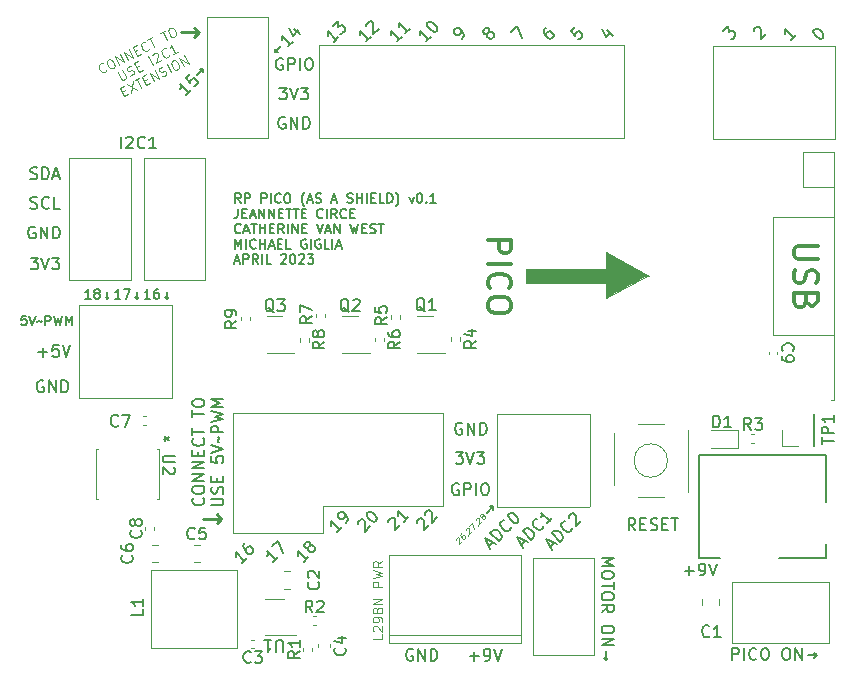
<source format=gbr>
%TF.GenerationSoftware,KiCad,Pcbnew,(6.0.9-0)*%
%TF.CreationDate,2023-04-03T15:52:03-04:00*%
%TF.ProjectId,rcc-pico,7263632d-7069-4636-9f2e-6b696361645f,rev?*%
%TF.SameCoordinates,Original*%
%TF.FileFunction,Legend,Top*%
%TF.FilePolarity,Positive*%
%FSLAX46Y46*%
G04 Gerber Fmt 4.6, Leading zero omitted, Abs format (unit mm)*
G04 Created by KiCad (PCBNEW (6.0.9-0)) date 2023-04-03 15:52:03*
%MOMM*%
%LPD*%
G01*
G04 APERTURE LIST*
%ADD10C,0.150000*%
%ADD11C,0.100000*%
%ADD12C,0.130000*%
%ADD13C,0.250000*%
%ADD14C,0.120000*%
%ADD15C,0.300000*%
%ADD16C,0.127000*%
G04 APERTURE END LIST*
D10*
X91656133Y-91918866D02*
X92194881Y-91380118D01*
X91925507Y-91380118D02*
X92194881Y-91380118D01*
X92194881Y-91649492D01*
X107841370Y-129768866D02*
X107841370Y-129701522D01*
X107875042Y-129600507D01*
X108043400Y-129432148D01*
X108144416Y-129398477D01*
X108211759Y-129398477D01*
X108312774Y-129432148D01*
X108380118Y-129499492D01*
X108447461Y-129634179D01*
X108447461Y-130442301D01*
X108885194Y-130004568D01*
X109558629Y-129331133D02*
X109154568Y-129735194D01*
X109356599Y-129533164D02*
X108649492Y-128826057D01*
X108683164Y-128994416D01*
X108683164Y-129129103D01*
X108649492Y-129230118D01*
X136202072Y-88223477D02*
X136639805Y-87785744D01*
X136673477Y-88290820D01*
X136774492Y-88189805D01*
X136875507Y-88156133D01*
X136942851Y-88156133D01*
X137043866Y-88189805D01*
X137212225Y-88358164D01*
X137245896Y-88459179D01*
X137245896Y-88526522D01*
X137212225Y-88627538D01*
X137010194Y-88829568D01*
X136909179Y-88863240D01*
X136841835Y-88863240D01*
X136978571Y-141427380D02*
X136978571Y-140427380D01*
X137359523Y-140427380D01*
X137454761Y-140475000D01*
X137502380Y-140522619D01*
X137550000Y-140617857D01*
X137550000Y-140760714D01*
X137502380Y-140855952D01*
X137454761Y-140903571D01*
X137359523Y-140951190D01*
X136978571Y-140951190D01*
X137978571Y-141427380D02*
X137978571Y-140427380D01*
X139026190Y-141332142D02*
X138978571Y-141379761D01*
X138835714Y-141427380D01*
X138740476Y-141427380D01*
X138597619Y-141379761D01*
X138502380Y-141284523D01*
X138454761Y-141189285D01*
X138407142Y-140998809D01*
X138407142Y-140855952D01*
X138454761Y-140665476D01*
X138502380Y-140570238D01*
X138597619Y-140475000D01*
X138740476Y-140427380D01*
X138835714Y-140427380D01*
X138978571Y-140475000D01*
X139026190Y-140522619D01*
X139645238Y-140427380D02*
X139835714Y-140427380D01*
X139930952Y-140475000D01*
X140026190Y-140570238D01*
X140073809Y-140760714D01*
X140073809Y-141094047D01*
X140026190Y-141284523D01*
X139930952Y-141379761D01*
X139835714Y-141427380D01*
X139645238Y-141427380D01*
X139550000Y-141379761D01*
X139454761Y-141284523D01*
X139407142Y-141094047D01*
X139407142Y-140760714D01*
X139454761Y-140570238D01*
X139550000Y-140475000D01*
X139645238Y-140427380D01*
X141454761Y-140427380D02*
X141645238Y-140427380D01*
X141740476Y-140475000D01*
X141835714Y-140570238D01*
X141883333Y-140760714D01*
X141883333Y-141094047D01*
X141835714Y-141284523D01*
X141740476Y-141379761D01*
X141645238Y-141427380D01*
X141454761Y-141427380D01*
X141359523Y-141379761D01*
X141264285Y-141284523D01*
X141216666Y-141094047D01*
X141216666Y-140760714D01*
X141264285Y-140570238D01*
X141359523Y-140475000D01*
X141454761Y-140427380D01*
X142311904Y-141427380D02*
X142311904Y-140427380D01*
X142883333Y-141427380D01*
X142883333Y-140427380D01*
X143359523Y-141046428D02*
X144121428Y-141046428D01*
X143930952Y-141236904D02*
X144121428Y-141046428D01*
X143930952Y-140855952D01*
X114060194Y-88854568D02*
X114194881Y-88719881D01*
X114228553Y-88618866D01*
X114228553Y-88551522D01*
X114194881Y-88383164D01*
X114093866Y-88214805D01*
X113824492Y-87945431D01*
X113723477Y-87911759D01*
X113656133Y-87911759D01*
X113555118Y-87945431D01*
X113420431Y-88080118D01*
X113386759Y-88181133D01*
X113386759Y-88248477D01*
X113420431Y-88349492D01*
X113588790Y-88517851D01*
X113689805Y-88551522D01*
X113757148Y-88551522D01*
X113858164Y-88517851D01*
X113992851Y-88383164D01*
X114026522Y-88282148D01*
X114026522Y-88214805D01*
X113992851Y-88113790D01*
X99113095Y-95500000D02*
X99017857Y-95452380D01*
X98875000Y-95452380D01*
X98732142Y-95500000D01*
X98636904Y-95595238D01*
X98589285Y-95690476D01*
X98541666Y-95880952D01*
X98541666Y-96023809D01*
X98589285Y-96214285D01*
X98636904Y-96309523D01*
X98732142Y-96404761D01*
X98875000Y-96452380D01*
X98970238Y-96452380D01*
X99113095Y-96404761D01*
X99160714Y-96357142D01*
X99160714Y-96023809D01*
X98970238Y-96023809D01*
X99589285Y-96452380D02*
X99589285Y-95452380D01*
X100160714Y-96452380D01*
X100160714Y-95452380D01*
X100636904Y-96452380D02*
X100636904Y-95452380D01*
X100875000Y-95452380D01*
X101017857Y-95500000D01*
X101113095Y-95595238D01*
X101160714Y-95690476D01*
X101208333Y-95880952D01*
X101208333Y-96023809D01*
X101160714Y-96214285D01*
X101113095Y-96309523D01*
X101017857Y-96404761D01*
X100875000Y-96452380D01*
X100636904Y-96452380D01*
X109921428Y-140550000D02*
X109826190Y-140502380D01*
X109683333Y-140502380D01*
X109540476Y-140550000D01*
X109445238Y-140645238D01*
X109397619Y-140740476D01*
X109350000Y-140930952D01*
X109350000Y-141073809D01*
X109397619Y-141264285D01*
X109445238Y-141359523D01*
X109540476Y-141454761D01*
X109683333Y-141502380D01*
X109778571Y-141502380D01*
X109921428Y-141454761D01*
X109969047Y-141407142D01*
X109969047Y-141073809D01*
X109778571Y-141073809D01*
X110397619Y-141502380D02*
X110397619Y-140502380D01*
X110969047Y-141502380D01*
X110969047Y-140502380D01*
X111445238Y-141502380D02*
X111445238Y-140502380D01*
X111683333Y-140502380D01*
X111826190Y-140550000D01*
X111921428Y-140645238D01*
X111969047Y-140740476D01*
X112016666Y-140930952D01*
X112016666Y-141073809D01*
X111969047Y-141264285D01*
X111921428Y-141359523D01*
X111826190Y-141454761D01*
X111683333Y-141502380D01*
X111445238Y-141502380D01*
X114730952Y-141121428D02*
X115492857Y-141121428D01*
X115111904Y-141502380D02*
X115111904Y-140740476D01*
X116016666Y-141502380D02*
X116207142Y-141502380D01*
X116302380Y-141454761D01*
X116350000Y-141407142D01*
X116445238Y-141264285D01*
X116492857Y-141073809D01*
X116492857Y-140692857D01*
X116445238Y-140597619D01*
X116397619Y-140550000D01*
X116302380Y-140502380D01*
X116111904Y-140502380D01*
X116016666Y-140550000D01*
X115969047Y-140597619D01*
X115921428Y-140692857D01*
X115921428Y-140930952D01*
X115969047Y-141026190D01*
X116016666Y-141073809D01*
X116111904Y-141121428D01*
X116302380Y-141121428D01*
X116397619Y-141073809D01*
X116445238Y-141026190D01*
X116492857Y-140930952D01*
X116778571Y-140502380D02*
X117111904Y-141502380D01*
X117445238Y-140502380D01*
D11*
X113578891Y-131251226D02*
X113578891Y-131217555D01*
X113595727Y-131167047D01*
X113679906Y-131082868D01*
X113730414Y-131066032D01*
X113764086Y-131066032D01*
X113814593Y-131082868D01*
X113848265Y-131116539D01*
X113881937Y-131183883D01*
X113881937Y-131587944D01*
X114100803Y-131369078D01*
X114050295Y-130712478D02*
X113982952Y-130779822D01*
X113966116Y-130830330D01*
X113966116Y-130864001D01*
X113982952Y-130948181D01*
X114033460Y-131032360D01*
X114168147Y-131167047D01*
X114218654Y-131183883D01*
X114252326Y-131183883D01*
X114302834Y-131167047D01*
X114370177Y-131099704D01*
X114387013Y-131049196D01*
X114387013Y-131015524D01*
X114370177Y-130965017D01*
X114285998Y-130880837D01*
X114235490Y-130864001D01*
X114201818Y-130864001D01*
X114151311Y-130880837D01*
X114083967Y-130948181D01*
X114067131Y-130998688D01*
X114067131Y-131032360D01*
X114083967Y-131082868D01*
X114589043Y-130847165D02*
X114605879Y-130864001D01*
X114622715Y-130914509D01*
X114622715Y-130948181D01*
X114420685Y-130409433D02*
X114420685Y-130375761D01*
X114437521Y-130325253D01*
X114521700Y-130241074D01*
X114572208Y-130224238D01*
X114605879Y-130224238D01*
X114656387Y-130241074D01*
X114690059Y-130274746D01*
X114723730Y-130342089D01*
X114723730Y-130746150D01*
X114942597Y-130527284D01*
X114706895Y-130055879D02*
X114942597Y-129820177D01*
X115144627Y-130325253D01*
X115430837Y-130005372D02*
X115447673Y-130022208D01*
X115464509Y-130072715D01*
X115464509Y-130106387D01*
X115262478Y-129567639D02*
X115262478Y-129533967D01*
X115279314Y-129483460D01*
X115363494Y-129399280D01*
X115414001Y-129382444D01*
X115447673Y-129382444D01*
X115498181Y-129399280D01*
X115531852Y-129432952D01*
X115565524Y-129500295D01*
X115565524Y-129904356D01*
X115784391Y-129685490D01*
X115784391Y-129281429D02*
X115733883Y-129298265D01*
X115700211Y-129298265D01*
X115649704Y-129281429D01*
X115632868Y-129264593D01*
X115616032Y-129214086D01*
X115616032Y-129180414D01*
X115632868Y-129129906D01*
X115700211Y-129062563D01*
X115750719Y-129045727D01*
X115784391Y-129045727D01*
X115834898Y-129062563D01*
X115851734Y-129079399D01*
X115868570Y-129129906D01*
X115868570Y-129163578D01*
X115851734Y-129214086D01*
X115784391Y-129281429D01*
X115767555Y-129331937D01*
X115767555Y-129365608D01*
X115784391Y-129416116D01*
X115851734Y-129483460D01*
X115902242Y-129500295D01*
X115935913Y-129500295D01*
X115986421Y-129483460D01*
X116053765Y-129416116D01*
X116070600Y-129365608D01*
X116070600Y-129331937D01*
X116053765Y-129281429D01*
X115986421Y-129214086D01*
X115935913Y-129197250D01*
X115902242Y-129197250D01*
X115851734Y-129214086D01*
D10*
X101085194Y-132704568D02*
X100681133Y-133108629D01*
X100883164Y-132906599D02*
X100176057Y-132199492D01*
X100209729Y-132367851D01*
X100209729Y-132502538D01*
X100176057Y-132603553D01*
X101085194Y-131896446D02*
X100984179Y-131930118D01*
X100916835Y-131930118D01*
X100815820Y-131896446D01*
X100782148Y-131862774D01*
X100748477Y-131761759D01*
X100748477Y-131694416D01*
X100782148Y-131593400D01*
X100916835Y-131458713D01*
X101017851Y-131425042D01*
X101085194Y-131425042D01*
X101186209Y-131458713D01*
X101219881Y-131492385D01*
X101253553Y-131593400D01*
X101253553Y-131660744D01*
X101219881Y-131761759D01*
X101085194Y-131896446D01*
X101051522Y-131997461D01*
X101051522Y-132064805D01*
X101085194Y-132165820D01*
X101219881Y-132300507D01*
X101320896Y-132334179D01*
X101388240Y-132334179D01*
X101489255Y-132300507D01*
X101623942Y-132165820D01*
X101657614Y-132064805D01*
X101657614Y-131997461D01*
X101623942Y-131896446D01*
X101489255Y-131761759D01*
X101388240Y-131728087D01*
X101320896Y-131728087D01*
X101219881Y-131761759D01*
X128772619Y-130452380D02*
X128439285Y-129976190D01*
X128201190Y-130452380D02*
X128201190Y-129452380D01*
X128582142Y-129452380D01*
X128677380Y-129500000D01*
X128725000Y-129547619D01*
X128772619Y-129642857D01*
X128772619Y-129785714D01*
X128725000Y-129880952D01*
X128677380Y-129928571D01*
X128582142Y-129976190D01*
X128201190Y-129976190D01*
X129201190Y-129928571D02*
X129534523Y-129928571D01*
X129677380Y-130452380D02*
X129201190Y-130452380D01*
X129201190Y-129452380D01*
X129677380Y-129452380D01*
X130058333Y-130404761D02*
X130201190Y-130452380D01*
X130439285Y-130452380D01*
X130534523Y-130404761D01*
X130582142Y-130357142D01*
X130629761Y-130261904D01*
X130629761Y-130166666D01*
X130582142Y-130071428D01*
X130534523Y-130023809D01*
X130439285Y-129976190D01*
X130248809Y-129928571D01*
X130153571Y-129880952D01*
X130105952Y-129833333D01*
X130058333Y-129738095D01*
X130058333Y-129642857D01*
X130105952Y-129547619D01*
X130153571Y-129500000D01*
X130248809Y-129452380D01*
X130486904Y-129452380D01*
X130629761Y-129500000D01*
X131058333Y-129928571D02*
X131391666Y-129928571D01*
X131534523Y-130452380D02*
X131058333Y-130452380D01*
X131058333Y-129452380D01*
X131534523Y-129452380D01*
X131820238Y-129452380D02*
X132391666Y-129452380D01*
X132105952Y-130452380D02*
X132105952Y-129452380D01*
X98636904Y-92977380D02*
X99255952Y-92977380D01*
X98922619Y-93358333D01*
X99065476Y-93358333D01*
X99160714Y-93405952D01*
X99208333Y-93453571D01*
X99255952Y-93548809D01*
X99255952Y-93786904D01*
X99208333Y-93882142D01*
X99160714Y-93929761D01*
X99065476Y-93977380D01*
X98779761Y-93977380D01*
X98684523Y-93929761D01*
X98636904Y-93882142D01*
X99541666Y-92977380D02*
X99875000Y-93977380D01*
X100208333Y-92977380D01*
X100446428Y-92977380D02*
X101065476Y-92977380D01*
X100732142Y-93358333D01*
X100875000Y-93358333D01*
X100970238Y-93405952D01*
X101017857Y-93453571D01*
X101065476Y-93548809D01*
X101065476Y-93786904D01*
X101017857Y-93882142D01*
X100970238Y-93929761D01*
X100875000Y-93977380D01*
X100589285Y-93977380D01*
X100494047Y-93929761D01*
X100446428Y-93882142D01*
X95345119Y-102735904D02*
X95078452Y-102354952D01*
X94887976Y-102735904D02*
X94887976Y-101935904D01*
X95192738Y-101935904D01*
X95268928Y-101974000D01*
X95307023Y-102012095D01*
X95345119Y-102088285D01*
X95345119Y-102202571D01*
X95307023Y-102278761D01*
X95268928Y-102316857D01*
X95192738Y-102354952D01*
X94887976Y-102354952D01*
X95687976Y-102735904D02*
X95687976Y-101935904D01*
X95992738Y-101935904D01*
X96068928Y-101974000D01*
X96107023Y-102012095D01*
X96145119Y-102088285D01*
X96145119Y-102202571D01*
X96107023Y-102278761D01*
X96068928Y-102316857D01*
X95992738Y-102354952D01*
X95687976Y-102354952D01*
X97097500Y-102735904D02*
X97097500Y-101935904D01*
X97402261Y-101935904D01*
X97478452Y-101974000D01*
X97516547Y-102012095D01*
X97554642Y-102088285D01*
X97554642Y-102202571D01*
X97516547Y-102278761D01*
X97478452Y-102316857D01*
X97402261Y-102354952D01*
X97097500Y-102354952D01*
X97897500Y-102735904D02*
X97897500Y-101935904D01*
X98735595Y-102659714D02*
X98697500Y-102697809D01*
X98583214Y-102735904D01*
X98507023Y-102735904D01*
X98392738Y-102697809D01*
X98316547Y-102621619D01*
X98278452Y-102545428D01*
X98240357Y-102393047D01*
X98240357Y-102278761D01*
X98278452Y-102126380D01*
X98316547Y-102050190D01*
X98392738Y-101974000D01*
X98507023Y-101935904D01*
X98583214Y-101935904D01*
X98697500Y-101974000D01*
X98735595Y-102012095D01*
X99230833Y-101935904D02*
X99383214Y-101935904D01*
X99459404Y-101974000D01*
X99535595Y-102050190D01*
X99573690Y-102202571D01*
X99573690Y-102469238D01*
X99535595Y-102621619D01*
X99459404Y-102697809D01*
X99383214Y-102735904D01*
X99230833Y-102735904D01*
X99154642Y-102697809D01*
X99078452Y-102621619D01*
X99040357Y-102469238D01*
X99040357Y-102202571D01*
X99078452Y-102050190D01*
X99154642Y-101974000D01*
X99230833Y-101935904D01*
X100754642Y-103040666D02*
X100716547Y-103002571D01*
X100640357Y-102888285D01*
X100602261Y-102812095D01*
X100564166Y-102697809D01*
X100526071Y-102507333D01*
X100526071Y-102354952D01*
X100564166Y-102164476D01*
X100602261Y-102050190D01*
X100640357Y-101974000D01*
X100716547Y-101859714D01*
X100754642Y-101821619D01*
X101021309Y-102507333D02*
X101402261Y-102507333D01*
X100945119Y-102735904D02*
X101211785Y-101935904D01*
X101478452Y-102735904D01*
X101707023Y-102697809D02*
X101821309Y-102735904D01*
X102011785Y-102735904D01*
X102087976Y-102697809D01*
X102126071Y-102659714D01*
X102164166Y-102583523D01*
X102164166Y-102507333D01*
X102126071Y-102431142D01*
X102087976Y-102393047D01*
X102011785Y-102354952D01*
X101859404Y-102316857D01*
X101783214Y-102278761D01*
X101745119Y-102240666D01*
X101707023Y-102164476D01*
X101707023Y-102088285D01*
X101745119Y-102012095D01*
X101783214Y-101974000D01*
X101859404Y-101935904D01*
X102049880Y-101935904D01*
X102164166Y-101974000D01*
X103078452Y-102507333D02*
X103459404Y-102507333D01*
X103002261Y-102735904D02*
X103268928Y-101935904D01*
X103535595Y-102735904D01*
X104373690Y-102697809D02*
X104487976Y-102735904D01*
X104678452Y-102735904D01*
X104754642Y-102697809D01*
X104792738Y-102659714D01*
X104830833Y-102583523D01*
X104830833Y-102507333D01*
X104792738Y-102431142D01*
X104754642Y-102393047D01*
X104678452Y-102354952D01*
X104526071Y-102316857D01*
X104449880Y-102278761D01*
X104411785Y-102240666D01*
X104373690Y-102164476D01*
X104373690Y-102088285D01*
X104411785Y-102012095D01*
X104449880Y-101974000D01*
X104526071Y-101935904D01*
X104716547Y-101935904D01*
X104830833Y-101974000D01*
X105173690Y-102735904D02*
X105173690Y-101935904D01*
X105173690Y-102316857D02*
X105630833Y-102316857D01*
X105630833Y-102735904D02*
X105630833Y-101935904D01*
X106011785Y-102735904D02*
X106011785Y-101935904D01*
X106392738Y-102316857D02*
X106659404Y-102316857D01*
X106773690Y-102735904D02*
X106392738Y-102735904D01*
X106392738Y-101935904D01*
X106773690Y-101935904D01*
X107497500Y-102735904D02*
X107116547Y-102735904D01*
X107116547Y-101935904D01*
X107764166Y-102735904D02*
X107764166Y-101935904D01*
X107954642Y-101935904D01*
X108068928Y-101974000D01*
X108145119Y-102050190D01*
X108183214Y-102126380D01*
X108221309Y-102278761D01*
X108221309Y-102393047D01*
X108183214Y-102545428D01*
X108145119Y-102621619D01*
X108068928Y-102697809D01*
X107954642Y-102735904D01*
X107764166Y-102735904D01*
X108487976Y-103040666D02*
X108526071Y-103002571D01*
X108602261Y-102888285D01*
X108640357Y-102812095D01*
X108678452Y-102697809D01*
X108716547Y-102507333D01*
X108716547Y-102354952D01*
X108678452Y-102164476D01*
X108640357Y-102050190D01*
X108602261Y-101974000D01*
X108526071Y-101859714D01*
X108487976Y-101821619D01*
X109630833Y-102202571D02*
X109821309Y-102735904D01*
X110011785Y-102202571D01*
X110468928Y-101935904D02*
X110545119Y-101935904D01*
X110621309Y-101974000D01*
X110659404Y-102012095D01*
X110697500Y-102088285D01*
X110735595Y-102240666D01*
X110735595Y-102431142D01*
X110697500Y-102583523D01*
X110659404Y-102659714D01*
X110621309Y-102697809D01*
X110545119Y-102735904D01*
X110468928Y-102735904D01*
X110392738Y-102697809D01*
X110354642Y-102659714D01*
X110316547Y-102583523D01*
X110278452Y-102431142D01*
X110278452Y-102240666D01*
X110316547Y-102088285D01*
X110354642Y-102012095D01*
X110392738Y-101974000D01*
X110468928Y-101935904D01*
X111078452Y-102659714D02*
X111116547Y-102697809D01*
X111078452Y-102735904D01*
X111040357Y-102697809D01*
X111078452Y-102659714D01*
X111078452Y-102735904D01*
X111878452Y-102735904D02*
X111421309Y-102735904D01*
X111649880Y-102735904D02*
X111649880Y-101935904D01*
X111573690Y-102050190D01*
X111497500Y-102126380D01*
X111421309Y-102164476D01*
X95116547Y-103223904D02*
X95116547Y-103795333D01*
X95078452Y-103909619D01*
X95002261Y-103985809D01*
X94887976Y-104023904D01*
X94811785Y-104023904D01*
X95497500Y-103604857D02*
X95764166Y-103604857D01*
X95878452Y-104023904D02*
X95497500Y-104023904D01*
X95497500Y-103223904D01*
X95878452Y-103223904D01*
X96183214Y-103795333D02*
X96564166Y-103795333D01*
X96107023Y-104023904D02*
X96373690Y-103223904D01*
X96640357Y-104023904D01*
X96907023Y-104023904D02*
X96907023Y-103223904D01*
X97364166Y-104023904D01*
X97364166Y-103223904D01*
X97745119Y-104023904D02*
X97745119Y-103223904D01*
X98202261Y-104023904D01*
X98202261Y-103223904D01*
X98583214Y-103604857D02*
X98849880Y-103604857D01*
X98964166Y-104023904D02*
X98583214Y-104023904D01*
X98583214Y-103223904D01*
X98964166Y-103223904D01*
X99192738Y-103223904D02*
X99649880Y-103223904D01*
X99421309Y-104023904D02*
X99421309Y-103223904D01*
X99802261Y-103223904D02*
X100259404Y-103223904D01*
X100030833Y-104023904D02*
X100030833Y-103223904D01*
X100526071Y-103604857D02*
X100792738Y-103604857D01*
X100907023Y-104023904D02*
X100526071Y-104023904D01*
X100526071Y-103223904D01*
X100907023Y-103223904D01*
X102316547Y-103947714D02*
X102278452Y-103985809D01*
X102164166Y-104023904D01*
X102087976Y-104023904D01*
X101973690Y-103985809D01*
X101897500Y-103909619D01*
X101859404Y-103833428D01*
X101821309Y-103681047D01*
X101821309Y-103566761D01*
X101859404Y-103414380D01*
X101897500Y-103338190D01*
X101973690Y-103262000D01*
X102087976Y-103223904D01*
X102164166Y-103223904D01*
X102278452Y-103262000D01*
X102316547Y-103300095D01*
X102659404Y-104023904D02*
X102659404Y-103223904D01*
X103497500Y-104023904D02*
X103230833Y-103642952D01*
X103040357Y-104023904D02*
X103040357Y-103223904D01*
X103345119Y-103223904D01*
X103421309Y-103262000D01*
X103459404Y-103300095D01*
X103497500Y-103376285D01*
X103497500Y-103490571D01*
X103459404Y-103566761D01*
X103421309Y-103604857D01*
X103345119Y-103642952D01*
X103040357Y-103642952D01*
X104297500Y-103947714D02*
X104259404Y-103985809D01*
X104145119Y-104023904D01*
X104068928Y-104023904D01*
X103954642Y-103985809D01*
X103878452Y-103909619D01*
X103840357Y-103833428D01*
X103802261Y-103681047D01*
X103802261Y-103566761D01*
X103840357Y-103414380D01*
X103878452Y-103338190D01*
X103954642Y-103262000D01*
X104068928Y-103223904D01*
X104145119Y-103223904D01*
X104259404Y-103262000D01*
X104297500Y-103300095D01*
X104640357Y-103604857D02*
X104907023Y-103604857D01*
X105021309Y-104023904D02*
X104640357Y-104023904D01*
X104640357Y-103223904D01*
X105021309Y-103223904D01*
X95345119Y-105235714D02*
X95307023Y-105273809D01*
X95192738Y-105311904D01*
X95116547Y-105311904D01*
X95002261Y-105273809D01*
X94926071Y-105197619D01*
X94887976Y-105121428D01*
X94849880Y-104969047D01*
X94849880Y-104854761D01*
X94887976Y-104702380D01*
X94926071Y-104626190D01*
X95002261Y-104550000D01*
X95116547Y-104511904D01*
X95192738Y-104511904D01*
X95307023Y-104550000D01*
X95345119Y-104588095D01*
X95649880Y-105083333D02*
X96030833Y-105083333D01*
X95573690Y-105311904D02*
X95840357Y-104511904D01*
X96107023Y-105311904D01*
X96259404Y-104511904D02*
X96716547Y-104511904D01*
X96487976Y-105311904D02*
X96487976Y-104511904D01*
X96983214Y-105311904D02*
X96983214Y-104511904D01*
X96983214Y-104892857D02*
X97440357Y-104892857D01*
X97440357Y-105311904D02*
X97440357Y-104511904D01*
X97821309Y-104892857D02*
X98087976Y-104892857D01*
X98202261Y-105311904D02*
X97821309Y-105311904D01*
X97821309Y-104511904D01*
X98202261Y-104511904D01*
X99002261Y-105311904D02*
X98735595Y-104930952D01*
X98545119Y-105311904D02*
X98545119Y-104511904D01*
X98849880Y-104511904D01*
X98926071Y-104550000D01*
X98964166Y-104588095D01*
X99002261Y-104664285D01*
X99002261Y-104778571D01*
X98964166Y-104854761D01*
X98926071Y-104892857D01*
X98849880Y-104930952D01*
X98545119Y-104930952D01*
X99345119Y-105311904D02*
X99345119Y-104511904D01*
X99726071Y-105311904D02*
X99726071Y-104511904D01*
X100183214Y-105311904D01*
X100183214Y-104511904D01*
X100564166Y-104892857D02*
X100830833Y-104892857D01*
X100945119Y-105311904D02*
X100564166Y-105311904D01*
X100564166Y-104511904D01*
X100945119Y-104511904D01*
X101783214Y-104511904D02*
X102049880Y-105311904D01*
X102316547Y-104511904D01*
X102545119Y-105083333D02*
X102926071Y-105083333D01*
X102468928Y-105311904D02*
X102735595Y-104511904D01*
X103002261Y-105311904D01*
X103268928Y-105311904D02*
X103268928Y-104511904D01*
X103726071Y-105311904D01*
X103726071Y-104511904D01*
X104640357Y-104511904D02*
X104830833Y-105311904D01*
X104983214Y-104740476D01*
X105135595Y-105311904D01*
X105326071Y-104511904D01*
X105630833Y-104892857D02*
X105897500Y-104892857D01*
X106011785Y-105311904D02*
X105630833Y-105311904D01*
X105630833Y-104511904D01*
X106011785Y-104511904D01*
X106316547Y-105273809D02*
X106430833Y-105311904D01*
X106621309Y-105311904D01*
X106697500Y-105273809D01*
X106735595Y-105235714D01*
X106773690Y-105159523D01*
X106773690Y-105083333D01*
X106735595Y-105007142D01*
X106697500Y-104969047D01*
X106621309Y-104930952D01*
X106468928Y-104892857D01*
X106392738Y-104854761D01*
X106354642Y-104816666D01*
X106316547Y-104740476D01*
X106316547Y-104664285D01*
X106354642Y-104588095D01*
X106392738Y-104550000D01*
X106468928Y-104511904D01*
X106659404Y-104511904D01*
X106773690Y-104550000D01*
X107002261Y-104511904D02*
X107459404Y-104511904D01*
X107230833Y-105311904D02*
X107230833Y-104511904D01*
X94887976Y-106599904D02*
X94887976Y-105799904D01*
X95154642Y-106371333D01*
X95421309Y-105799904D01*
X95421309Y-106599904D01*
X95802261Y-106599904D02*
X95802261Y-105799904D01*
X96640357Y-106523714D02*
X96602261Y-106561809D01*
X96487976Y-106599904D01*
X96411785Y-106599904D01*
X96297500Y-106561809D01*
X96221309Y-106485619D01*
X96183214Y-106409428D01*
X96145119Y-106257047D01*
X96145119Y-106142761D01*
X96183214Y-105990380D01*
X96221309Y-105914190D01*
X96297500Y-105838000D01*
X96411785Y-105799904D01*
X96487976Y-105799904D01*
X96602261Y-105838000D01*
X96640357Y-105876095D01*
X96983214Y-106599904D02*
X96983214Y-105799904D01*
X96983214Y-106180857D02*
X97440357Y-106180857D01*
X97440357Y-106599904D02*
X97440357Y-105799904D01*
X97783214Y-106371333D02*
X98164166Y-106371333D01*
X97707023Y-106599904D02*
X97973690Y-105799904D01*
X98240357Y-106599904D01*
X98507023Y-106180857D02*
X98773690Y-106180857D01*
X98887976Y-106599904D02*
X98507023Y-106599904D01*
X98507023Y-105799904D01*
X98887976Y-105799904D01*
X99611785Y-106599904D02*
X99230833Y-106599904D01*
X99230833Y-105799904D01*
X100907023Y-105838000D02*
X100830833Y-105799904D01*
X100716547Y-105799904D01*
X100602261Y-105838000D01*
X100526071Y-105914190D01*
X100487976Y-105990380D01*
X100449880Y-106142761D01*
X100449880Y-106257047D01*
X100487976Y-106409428D01*
X100526071Y-106485619D01*
X100602261Y-106561809D01*
X100716547Y-106599904D01*
X100792738Y-106599904D01*
X100907023Y-106561809D01*
X100945119Y-106523714D01*
X100945119Y-106257047D01*
X100792738Y-106257047D01*
X101287976Y-106599904D02*
X101287976Y-105799904D01*
X102087976Y-105838000D02*
X102011785Y-105799904D01*
X101897500Y-105799904D01*
X101783214Y-105838000D01*
X101707023Y-105914190D01*
X101668928Y-105990380D01*
X101630833Y-106142761D01*
X101630833Y-106257047D01*
X101668928Y-106409428D01*
X101707023Y-106485619D01*
X101783214Y-106561809D01*
X101897500Y-106599904D01*
X101973690Y-106599904D01*
X102087976Y-106561809D01*
X102126071Y-106523714D01*
X102126071Y-106257047D01*
X101973690Y-106257047D01*
X102849880Y-106599904D02*
X102468928Y-106599904D01*
X102468928Y-105799904D01*
X103116547Y-106599904D02*
X103116547Y-105799904D01*
X103459404Y-106371333D02*
X103840357Y-106371333D01*
X103383214Y-106599904D02*
X103649880Y-105799904D01*
X103916547Y-106599904D01*
X94849880Y-107659333D02*
X95230833Y-107659333D01*
X94773690Y-107887904D02*
X95040357Y-107087904D01*
X95307023Y-107887904D01*
X95573690Y-107887904D02*
X95573690Y-107087904D01*
X95878452Y-107087904D01*
X95954642Y-107126000D01*
X95992738Y-107164095D01*
X96030833Y-107240285D01*
X96030833Y-107354571D01*
X95992738Y-107430761D01*
X95954642Y-107468857D01*
X95878452Y-107506952D01*
X95573690Y-107506952D01*
X96830833Y-107887904D02*
X96564166Y-107506952D01*
X96373690Y-107887904D02*
X96373690Y-107087904D01*
X96678452Y-107087904D01*
X96754642Y-107126000D01*
X96792738Y-107164095D01*
X96830833Y-107240285D01*
X96830833Y-107354571D01*
X96792738Y-107430761D01*
X96754642Y-107468857D01*
X96678452Y-107506952D01*
X96373690Y-107506952D01*
X97173690Y-107887904D02*
X97173690Y-107087904D01*
X97935595Y-107887904D02*
X97554642Y-107887904D01*
X97554642Y-107087904D01*
X98773690Y-107164095D02*
X98811785Y-107126000D01*
X98887976Y-107087904D01*
X99078452Y-107087904D01*
X99154642Y-107126000D01*
X99192738Y-107164095D01*
X99230833Y-107240285D01*
X99230833Y-107316476D01*
X99192738Y-107430761D01*
X98735595Y-107887904D01*
X99230833Y-107887904D01*
X99726071Y-107087904D02*
X99802261Y-107087904D01*
X99878452Y-107126000D01*
X99916547Y-107164095D01*
X99954642Y-107240285D01*
X99992738Y-107392666D01*
X99992738Y-107583142D01*
X99954642Y-107735523D01*
X99916547Y-107811714D01*
X99878452Y-107849809D01*
X99802261Y-107887904D01*
X99726071Y-107887904D01*
X99649880Y-107849809D01*
X99611785Y-107811714D01*
X99573690Y-107735523D01*
X99535595Y-107583142D01*
X99535595Y-107392666D01*
X99573690Y-107240285D01*
X99611785Y-107164095D01*
X99649880Y-107126000D01*
X99726071Y-107087904D01*
X100297500Y-107164095D02*
X100335595Y-107126000D01*
X100411785Y-107087904D01*
X100602261Y-107087904D01*
X100678452Y-107126000D01*
X100716547Y-107164095D01*
X100754642Y-107240285D01*
X100754642Y-107316476D01*
X100716547Y-107430761D01*
X100259404Y-107887904D01*
X100754642Y-107887904D01*
X101021309Y-107087904D02*
X101516547Y-107087904D01*
X101249880Y-107392666D01*
X101364166Y-107392666D01*
X101440357Y-107430761D01*
X101478452Y-107468857D01*
X101516547Y-107545047D01*
X101516547Y-107735523D01*
X101478452Y-107811714D01*
X101440357Y-107849809D01*
X101364166Y-107887904D01*
X101135595Y-107887904D01*
X101059404Y-107849809D01*
X101021309Y-107811714D01*
X77560714Y-100679761D02*
X77703571Y-100727380D01*
X77941666Y-100727380D01*
X78036904Y-100679761D01*
X78084523Y-100632142D01*
X78132142Y-100536904D01*
X78132142Y-100441666D01*
X78084523Y-100346428D01*
X78036904Y-100298809D01*
X77941666Y-100251190D01*
X77751190Y-100203571D01*
X77655952Y-100155952D01*
X77608333Y-100108333D01*
X77560714Y-100013095D01*
X77560714Y-99917857D01*
X77608333Y-99822619D01*
X77655952Y-99775000D01*
X77751190Y-99727380D01*
X77989285Y-99727380D01*
X78132142Y-99775000D01*
X78560714Y-100727380D02*
X78560714Y-99727380D01*
X78798809Y-99727380D01*
X78941666Y-99775000D01*
X79036904Y-99870238D01*
X79084523Y-99965476D01*
X79132142Y-100155952D01*
X79132142Y-100298809D01*
X79084523Y-100489285D01*
X79036904Y-100584523D01*
X78941666Y-100679761D01*
X78798809Y-100727380D01*
X78560714Y-100727380D01*
X79513095Y-100441666D02*
X79989285Y-100441666D01*
X79417857Y-100727380D02*
X79751190Y-99727380D01*
X80084523Y-100727380D01*
D12*
X82663095Y-110861904D02*
X82205952Y-110861904D01*
X82434523Y-110861904D02*
X82434523Y-110061904D01*
X82358333Y-110176190D01*
X82282142Y-110252380D01*
X82205952Y-110290476D01*
X83120238Y-110404761D02*
X83044047Y-110366666D01*
X83005952Y-110328571D01*
X82967857Y-110252380D01*
X82967857Y-110214285D01*
X83005952Y-110138095D01*
X83044047Y-110100000D01*
X83120238Y-110061904D01*
X83272619Y-110061904D01*
X83348809Y-110100000D01*
X83386904Y-110138095D01*
X83425000Y-110214285D01*
X83425000Y-110252380D01*
X83386904Y-110328571D01*
X83348809Y-110366666D01*
X83272619Y-110404761D01*
X83120238Y-110404761D01*
X83044047Y-110442857D01*
X83005952Y-110480952D01*
X82967857Y-110557142D01*
X82967857Y-110709523D01*
X83005952Y-110785714D01*
X83044047Y-110823809D01*
X83120238Y-110861904D01*
X83272619Y-110861904D01*
X83348809Y-110823809D01*
X83386904Y-110785714D01*
X83425000Y-110709523D01*
X83425000Y-110557142D01*
X83386904Y-110480952D01*
X83348809Y-110442857D01*
X83272619Y-110404761D01*
X84072619Y-110252380D02*
X84072619Y-110861904D01*
X84225000Y-110709523D02*
X84072619Y-110861904D01*
X83920238Y-110709523D01*
X85177380Y-110861904D02*
X84720238Y-110861904D01*
X84948809Y-110861904D02*
X84948809Y-110061904D01*
X84872619Y-110176190D01*
X84796428Y-110252380D01*
X84720238Y-110290476D01*
X85444047Y-110061904D02*
X85977380Y-110061904D01*
X85634523Y-110861904D01*
X86586904Y-110252380D02*
X86586904Y-110861904D01*
X86739285Y-110709523D02*
X86586904Y-110861904D01*
X86434523Y-110709523D01*
X87691666Y-110861904D02*
X87234523Y-110861904D01*
X87463095Y-110861904D02*
X87463095Y-110061904D01*
X87386904Y-110176190D01*
X87310714Y-110252380D01*
X87234523Y-110290476D01*
X88377380Y-110061904D02*
X88225000Y-110061904D01*
X88148809Y-110100000D01*
X88110714Y-110138095D01*
X88034523Y-110252380D01*
X87996428Y-110404761D01*
X87996428Y-110709523D01*
X88034523Y-110785714D01*
X88072619Y-110823809D01*
X88148809Y-110861904D01*
X88301190Y-110861904D01*
X88377380Y-110823809D01*
X88415476Y-110785714D01*
X88453571Y-110709523D01*
X88453571Y-110519047D01*
X88415476Y-110442857D01*
X88377380Y-110404761D01*
X88301190Y-110366666D01*
X88148809Y-110366666D01*
X88072619Y-110404761D01*
X88034523Y-110442857D01*
X87996428Y-110519047D01*
X89101190Y-110252380D02*
X89101190Y-110861904D01*
X89253571Y-110709523D02*
X89101190Y-110861904D01*
X88948809Y-110709523D01*
D10*
X91160194Y-93204568D02*
X90756133Y-93608629D01*
X90958164Y-93406599D02*
X90251057Y-92699492D01*
X90284729Y-92867851D01*
X90284729Y-93002538D01*
X90251057Y-93103553D01*
X91092851Y-91857698D02*
X90756133Y-92194416D01*
X91059179Y-92564805D01*
X91059179Y-92497461D01*
X91092851Y-92396446D01*
X91261209Y-92228087D01*
X91362225Y-92194416D01*
X91429568Y-92194416D01*
X91530583Y-92228087D01*
X91698942Y-92396446D01*
X91732614Y-92497461D01*
X91732614Y-92564805D01*
X91698942Y-92665820D01*
X91530583Y-92834179D01*
X91429568Y-92867851D01*
X91362225Y-92867851D01*
X116248477Y-88408164D02*
X116147461Y-88441835D01*
X116080118Y-88441835D01*
X115979103Y-88408164D01*
X115945431Y-88374492D01*
X115911759Y-88273477D01*
X115911759Y-88206133D01*
X115945431Y-88105118D01*
X116080118Y-87970431D01*
X116181133Y-87936759D01*
X116248477Y-87936759D01*
X116349492Y-87970431D01*
X116383164Y-88004103D01*
X116416835Y-88105118D01*
X116416835Y-88172461D01*
X116383164Y-88273477D01*
X116248477Y-88408164D01*
X116214805Y-88509179D01*
X116214805Y-88576522D01*
X116248477Y-88677538D01*
X116383164Y-88812225D01*
X116484179Y-88845896D01*
X116551522Y-88845896D01*
X116652538Y-88812225D01*
X116787225Y-88677538D01*
X116820896Y-88576522D01*
X116820896Y-88509179D01*
X116787225Y-88408164D01*
X116652538Y-88273477D01*
X116551522Y-88239805D01*
X116484179Y-88239805D01*
X116383164Y-88273477D01*
X126408164Y-88138790D02*
X126879568Y-88610194D01*
X125970431Y-88037774D02*
X126307148Y-88711209D01*
X126744881Y-88273477D01*
X78647895Y-117815000D02*
X78552657Y-117767380D01*
X78409800Y-117767380D01*
X78266942Y-117815000D01*
X78171704Y-117910238D01*
X78124085Y-118005476D01*
X78076466Y-118195952D01*
X78076466Y-118338809D01*
X78124085Y-118529285D01*
X78171704Y-118624523D01*
X78266942Y-118719761D01*
X78409800Y-118767380D01*
X78505038Y-118767380D01*
X78647895Y-118719761D01*
X78695514Y-118672142D01*
X78695514Y-118338809D01*
X78505038Y-118338809D01*
X79124085Y-118767380D02*
X79124085Y-117767380D01*
X79695514Y-118767380D01*
X79695514Y-117767380D01*
X80171704Y-118767380D02*
X80171704Y-117767380D01*
X80409800Y-117767380D01*
X80552657Y-117815000D01*
X80647895Y-117910238D01*
X80695514Y-118005476D01*
X80743133Y-118195952D01*
X80743133Y-118338809D01*
X80695514Y-118529285D01*
X80647895Y-118624523D01*
X80552657Y-118719761D01*
X80409800Y-118767380D01*
X80171704Y-118767380D01*
X143879103Y-88096446D02*
X143946446Y-88029103D01*
X144047461Y-87995431D01*
X144114805Y-87995431D01*
X144215820Y-88029103D01*
X144384179Y-88130118D01*
X144552538Y-88298477D01*
X144653553Y-88466835D01*
X144687225Y-88567851D01*
X144687225Y-88635194D01*
X144653553Y-88736209D01*
X144586209Y-88803553D01*
X144485194Y-88837225D01*
X144417851Y-88837225D01*
X144316835Y-88803553D01*
X144148477Y-88702538D01*
X143980118Y-88534179D01*
X143879103Y-88365820D01*
X143845431Y-88264805D01*
X143845431Y-88197461D01*
X143879103Y-88096446D01*
X125922619Y-132815476D02*
X126922619Y-132815476D01*
X126208333Y-133148809D01*
X126922619Y-133482142D01*
X125922619Y-133482142D01*
X126922619Y-134148809D02*
X126922619Y-134339285D01*
X126875000Y-134434523D01*
X126779761Y-134529761D01*
X126589285Y-134577380D01*
X126255952Y-134577380D01*
X126065476Y-134529761D01*
X125970238Y-134434523D01*
X125922619Y-134339285D01*
X125922619Y-134148809D01*
X125970238Y-134053571D01*
X126065476Y-133958333D01*
X126255952Y-133910714D01*
X126589285Y-133910714D01*
X126779761Y-133958333D01*
X126875000Y-134053571D01*
X126922619Y-134148809D01*
X126922619Y-134863095D02*
X126922619Y-135434523D01*
X125922619Y-135148809D02*
X126922619Y-135148809D01*
X126922619Y-135958333D02*
X126922619Y-136148809D01*
X126875000Y-136244047D01*
X126779761Y-136339285D01*
X126589285Y-136386904D01*
X126255952Y-136386904D01*
X126065476Y-136339285D01*
X125970238Y-136244047D01*
X125922619Y-136148809D01*
X125922619Y-135958333D01*
X125970238Y-135863095D01*
X126065476Y-135767857D01*
X126255952Y-135720238D01*
X126589285Y-135720238D01*
X126779761Y-135767857D01*
X126875000Y-135863095D01*
X126922619Y-135958333D01*
X125922619Y-137386904D02*
X126398809Y-137053571D01*
X125922619Y-136815476D02*
X126922619Y-136815476D01*
X126922619Y-137196428D01*
X126875000Y-137291666D01*
X126827380Y-137339285D01*
X126732142Y-137386904D01*
X126589285Y-137386904D01*
X126494047Y-137339285D01*
X126446428Y-137291666D01*
X126398809Y-137196428D01*
X126398809Y-136815476D01*
X126922619Y-138767857D02*
X126922619Y-138958333D01*
X126875000Y-139053571D01*
X126779761Y-139148809D01*
X126589285Y-139196428D01*
X126255952Y-139196428D01*
X126065476Y-139148809D01*
X125970238Y-139053571D01*
X125922619Y-138958333D01*
X125922619Y-138767857D01*
X125970238Y-138672619D01*
X126065476Y-138577380D01*
X126255952Y-138529761D01*
X126589285Y-138529761D01*
X126779761Y-138577380D01*
X126875000Y-138672619D01*
X126922619Y-138767857D01*
X125922619Y-139625000D02*
X126922619Y-139625000D01*
X125922619Y-140196428D01*
X126922619Y-140196428D01*
X126303571Y-140672619D02*
X126303571Y-141434523D01*
X126113095Y-141244047D02*
X126303571Y-141434523D01*
X126494047Y-141244047D01*
X121538205Y-131862571D02*
X121874922Y-131525853D01*
X121672892Y-132131945D02*
X121201487Y-131189136D01*
X122144296Y-131660540D01*
X122379998Y-131424838D02*
X121672892Y-130717731D01*
X121841250Y-130549372D01*
X121975937Y-130482029D01*
X122110624Y-130482029D01*
X122211640Y-130515701D01*
X122379998Y-130616716D01*
X122481014Y-130717731D01*
X122582029Y-130886090D01*
X122615701Y-130987105D01*
X122615701Y-131121792D01*
X122548357Y-131256479D01*
X122379998Y-131424838D01*
X123423823Y-130246327D02*
X123423823Y-130313670D01*
X123356479Y-130448357D01*
X123289136Y-130515701D01*
X123154449Y-130583044D01*
X123019762Y-130583044D01*
X122918746Y-130549372D01*
X122750388Y-130448357D01*
X122649372Y-130347342D01*
X122548357Y-130178983D01*
X122514685Y-130077968D01*
X122514685Y-129943281D01*
X122582029Y-129808594D01*
X122649372Y-129741250D01*
X122784059Y-129673907D01*
X122851403Y-129673907D01*
X123120777Y-129404533D02*
X123120777Y-129337189D01*
X123154449Y-129236174D01*
X123322807Y-129067815D01*
X123423823Y-129034144D01*
X123491166Y-129034144D01*
X123592181Y-129067815D01*
X123659525Y-129135159D01*
X123726868Y-129269846D01*
X123726868Y-130077968D01*
X124164601Y-129640235D01*
X105291370Y-129893866D02*
X105291370Y-129826522D01*
X105325042Y-129725507D01*
X105493400Y-129557148D01*
X105594416Y-129523477D01*
X105661759Y-129523477D01*
X105762774Y-129557148D01*
X105830118Y-129624492D01*
X105897461Y-129759179D01*
X105897461Y-130567301D01*
X106335194Y-130129568D01*
X106065820Y-128984729D02*
X106133164Y-128917385D01*
X106234179Y-128883713D01*
X106301522Y-128883713D01*
X106402538Y-128917385D01*
X106570896Y-129018400D01*
X106739255Y-129186759D01*
X106840270Y-129355118D01*
X106873942Y-129456133D01*
X106873942Y-129523477D01*
X106840270Y-129624492D01*
X106772927Y-129691835D01*
X106671912Y-129725507D01*
X106604568Y-129725507D01*
X106503553Y-129691835D01*
X106335194Y-129590820D01*
X106166835Y-129422461D01*
X106065820Y-129254103D01*
X106032148Y-129153087D01*
X106032148Y-129085744D01*
X106065820Y-128984729D01*
D13*
X92205952Y-129475000D02*
X93729761Y-129475000D01*
X93348809Y-129094047D02*
X93729761Y-129475000D01*
X93348809Y-129855952D01*
D10*
X114088095Y-121400000D02*
X113992857Y-121352380D01*
X113850000Y-121352380D01*
X113707142Y-121400000D01*
X113611904Y-121495238D01*
X113564285Y-121590476D01*
X113516666Y-121780952D01*
X113516666Y-121923809D01*
X113564285Y-122114285D01*
X113611904Y-122209523D01*
X113707142Y-122304761D01*
X113850000Y-122352380D01*
X113945238Y-122352380D01*
X114088095Y-122304761D01*
X114135714Y-122257142D01*
X114135714Y-121923809D01*
X113945238Y-121923809D01*
X114564285Y-122352380D02*
X114564285Y-121352380D01*
X115135714Y-122352380D01*
X115135714Y-121352380D01*
X115611904Y-122352380D02*
X115611904Y-121352380D01*
X115850000Y-121352380D01*
X115992857Y-121400000D01*
X116088095Y-121495238D01*
X116135714Y-121590476D01*
X116183333Y-121780952D01*
X116183333Y-121923809D01*
X116135714Y-122114285D01*
X116088095Y-122209523D01*
X115992857Y-122304761D01*
X115850000Y-122352380D01*
X115611904Y-122352380D01*
X119105668Y-131680034D02*
X119442385Y-131343316D01*
X119240355Y-131949408D02*
X118768950Y-131006599D01*
X119711759Y-131478003D01*
X119947461Y-131242301D02*
X119240355Y-130535194D01*
X119408713Y-130366835D01*
X119543400Y-130299492D01*
X119678087Y-130299492D01*
X119779103Y-130333164D01*
X119947461Y-130434179D01*
X120048477Y-130535194D01*
X120149492Y-130703553D01*
X120183164Y-130804568D01*
X120183164Y-130939255D01*
X120115820Y-131073942D01*
X119947461Y-131242301D01*
X120991286Y-130063790D02*
X120991286Y-130131133D01*
X120923942Y-130265820D01*
X120856599Y-130333164D01*
X120721912Y-130400507D01*
X120587225Y-130400507D01*
X120486209Y-130366835D01*
X120317851Y-130265820D01*
X120216835Y-130164805D01*
X120115820Y-129996446D01*
X120082148Y-129895431D01*
X120082148Y-129760744D01*
X120149492Y-129626057D01*
X120216835Y-129558713D01*
X120351522Y-129491370D01*
X120418866Y-129491370D01*
X121732064Y-129457698D02*
X121328003Y-129861759D01*
X121530034Y-129659729D02*
X120822927Y-128952622D01*
X120856599Y-129120981D01*
X120856599Y-129255668D01*
X120822927Y-129356683D01*
X99760194Y-89079568D02*
X99356133Y-89483629D01*
X99558164Y-89281599D02*
X98851057Y-88574492D01*
X98884729Y-88742851D01*
X98884729Y-88877538D01*
X98851057Y-88978553D01*
X99894881Y-88002072D02*
X100366286Y-88473477D01*
X99457148Y-87901057D02*
X99793866Y-88574492D01*
X100231599Y-88136759D01*
X103910194Y-130179568D02*
X103506133Y-130583629D01*
X103708164Y-130381599D02*
X103001057Y-129674492D01*
X103034729Y-129842851D01*
X103034729Y-129977538D01*
X103001057Y-130078553D01*
X104246912Y-129842851D02*
X104381599Y-129708164D01*
X104415270Y-129607148D01*
X104415270Y-129539805D01*
X104381599Y-129371446D01*
X104280583Y-129203087D01*
X104011209Y-128933713D01*
X103910194Y-128900042D01*
X103842851Y-128900042D01*
X103741835Y-128933713D01*
X103607148Y-129068400D01*
X103573477Y-129169416D01*
X103573477Y-129236759D01*
X103607148Y-129337774D01*
X103775507Y-129506133D01*
X103876522Y-129539805D01*
X103943866Y-129539805D01*
X104044881Y-129506133D01*
X104179568Y-129371446D01*
X104213240Y-129270431D01*
X104213240Y-129203087D01*
X104179568Y-129102072D01*
X121172461Y-87903087D02*
X121037774Y-88037774D01*
X121004103Y-88138790D01*
X121004103Y-88206133D01*
X121037774Y-88374492D01*
X121138790Y-88542851D01*
X121408164Y-88812225D01*
X121509179Y-88845896D01*
X121576522Y-88845896D01*
X121677538Y-88812225D01*
X121812225Y-88677538D01*
X121845896Y-88576522D01*
X121845896Y-88509179D01*
X121812225Y-88408164D01*
X121643866Y-88239805D01*
X121542851Y-88206133D01*
X121475507Y-88206133D01*
X121374492Y-88239805D01*
X121239805Y-88374492D01*
X121206133Y-88475507D01*
X121206133Y-88542851D01*
X121239805Y-88643866D01*
X132939285Y-133896428D02*
X133701190Y-133896428D01*
X133320238Y-134277380D02*
X133320238Y-133515476D01*
X134225000Y-134277380D02*
X134415476Y-134277380D01*
X134510714Y-134229761D01*
X134558333Y-134182142D01*
X134653571Y-134039285D01*
X134701190Y-133848809D01*
X134701190Y-133467857D01*
X134653571Y-133372619D01*
X134605952Y-133325000D01*
X134510714Y-133277380D01*
X134320238Y-133277380D01*
X134225000Y-133325000D01*
X134177380Y-133372619D01*
X134129761Y-133467857D01*
X134129761Y-133705952D01*
X134177380Y-133801190D01*
X134225000Y-133848809D01*
X134320238Y-133896428D01*
X134510714Y-133896428D01*
X134605952Y-133848809D01*
X134653571Y-133801190D01*
X134701190Y-133705952D01*
X134986904Y-133277380D02*
X135320238Y-134277380D01*
X135653571Y-133277380D01*
D11*
X83982063Y-91504848D02*
X83965415Y-91556086D01*
X83880880Y-91641914D01*
X83812994Y-91676504D01*
X83693870Y-91694445D01*
X83591394Y-91661149D01*
X83522861Y-91610557D01*
X83419739Y-91492080D01*
X83367854Y-91390251D01*
X83332618Y-91237183D01*
X83331971Y-91152002D01*
X83365267Y-91049526D01*
X83449802Y-90963698D01*
X83517688Y-90929109D01*
X83636812Y-90911167D01*
X83688050Y-90927815D01*
X84094721Y-90635096D02*
X84230493Y-90565916D01*
X84315674Y-90565270D01*
X84418150Y-90598566D01*
X84521273Y-90717044D01*
X84642337Y-90954645D01*
X84677573Y-91107713D01*
X84644277Y-91210189D01*
X84593686Y-91278722D01*
X84457913Y-91347901D01*
X84372732Y-91348548D01*
X84270256Y-91315251D01*
X84167134Y-91196774D01*
X84046069Y-90959172D01*
X84010833Y-90806105D01*
X84044130Y-90703629D01*
X84094721Y-90635096D01*
X85068889Y-91036593D02*
X84705697Y-90323788D01*
X85476206Y-90829055D01*
X85113014Y-90116250D01*
X85815637Y-90656106D02*
X85452445Y-89943301D01*
X86222955Y-90448567D01*
X85859762Y-89735762D01*
X86372142Y-89902245D02*
X86609744Y-89781180D01*
X86901817Y-90102670D02*
X86562386Y-90275619D01*
X86199193Y-89562813D01*
X86538624Y-89389865D01*
X87580032Y-89671591D02*
X87563384Y-89722829D01*
X87478850Y-89808657D01*
X87410963Y-89843247D01*
X87291839Y-89861188D01*
X87189363Y-89827892D01*
X87120830Y-89777301D01*
X87017708Y-89658823D01*
X86965823Y-89556994D01*
X86930587Y-89403926D01*
X86929940Y-89318745D01*
X86963237Y-89216269D01*
X87047771Y-89130442D01*
X87115657Y-89095852D01*
X87234781Y-89077910D01*
X87286019Y-89094559D01*
X87455088Y-88922903D02*
X87862406Y-88715365D01*
X88021939Y-89531939D02*
X87658747Y-88819134D01*
X88541268Y-88369467D02*
X88948585Y-88161929D01*
X89108119Y-88978503D02*
X88744926Y-88265698D01*
X89321959Y-87971685D02*
X89457732Y-87902505D01*
X89542913Y-87901859D01*
X89645389Y-87935155D01*
X89748511Y-88053633D01*
X89869575Y-88291234D01*
X89904812Y-88444302D01*
X89871515Y-88546778D01*
X89820924Y-88615311D01*
X89685152Y-88684490D01*
X89599970Y-88685137D01*
X89497494Y-88651840D01*
X89394372Y-88533363D01*
X89273308Y-88295761D01*
X89238071Y-88142694D01*
X89271368Y-88040218D01*
X89321959Y-87971685D01*
X84934034Y-91653000D02*
X85228047Y-92230033D01*
X85296580Y-92280624D01*
X85347818Y-92297273D01*
X85432999Y-92296626D01*
X85568771Y-92227446D01*
X85619363Y-92158914D01*
X85636011Y-92107676D01*
X85635364Y-92022495D01*
X85341351Y-91445462D01*
X85992737Y-91968670D02*
X86111861Y-91950728D01*
X86281577Y-91864254D01*
X86332168Y-91795721D01*
X86348816Y-91744483D01*
X86348170Y-91659302D01*
X86313580Y-91591416D01*
X86245047Y-91540825D01*
X86193809Y-91524176D01*
X86108628Y-91524823D01*
X85955561Y-91560059D01*
X85870379Y-91560706D01*
X85819141Y-91544058D01*
X85750609Y-91493466D01*
X85716019Y-91425580D01*
X85715372Y-91340399D01*
X85732020Y-91289161D01*
X85782612Y-91220628D01*
X85952327Y-91134154D01*
X86071451Y-91116212D01*
X86532593Y-91266046D02*
X86770195Y-91144982D01*
X87062268Y-91466472D02*
X86722837Y-91639421D01*
X86359645Y-90926615D01*
X86699076Y-90753667D01*
X87910846Y-91034100D02*
X87547653Y-90321295D01*
X87887731Y-90233527D02*
X87904379Y-90182289D01*
X87954971Y-90113756D01*
X88124686Y-90027282D01*
X88209867Y-90026635D01*
X88261105Y-90043283D01*
X88329638Y-90093875D01*
X88364228Y-90161761D01*
X88382169Y-90280885D01*
X88182391Y-90895741D01*
X88623651Y-90670908D01*
X89301866Y-90239829D02*
X89285218Y-90291067D01*
X89200684Y-90376895D01*
X89132797Y-90411484D01*
X89013673Y-90429426D01*
X88911197Y-90396130D01*
X88842664Y-90345538D01*
X88739542Y-90227061D01*
X88687657Y-90125231D01*
X88652421Y-89972164D01*
X88651774Y-89886983D01*
X88685071Y-89784507D01*
X88769605Y-89698679D01*
X88837491Y-89664089D01*
X88956615Y-89646148D01*
X89007853Y-89662796D01*
X90015318Y-89961818D02*
X89608001Y-90169356D01*
X89811660Y-90065587D02*
X89448467Y-89352782D01*
X89432466Y-89489201D01*
X89399169Y-89591677D01*
X89348578Y-89660210D01*
X85318349Y-93330291D02*
X85555950Y-93209227D01*
X85848023Y-93530716D02*
X85508592Y-93703665D01*
X85145400Y-92990860D01*
X85484831Y-92817911D01*
X85722433Y-92696847D02*
X86560829Y-93167524D01*
X86197636Y-92454719D02*
X86085625Y-93409652D01*
X86367352Y-92368244D02*
X86774669Y-92160706D01*
X86934203Y-92977280D02*
X86571010Y-92264475D01*
X87185220Y-92379073D02*
X87422821Y-92258009D01*
X87714894Y-92579498D02*
X87375463Y-92752447D01*
X87012271Y-92039642D01*
X87351702Y-91866693D01*
X88020382Y-92423844D02*
X87657190Y-91711039D01*
X88427699Y-92216306D01*
X88064507Y-91503501D01*
X88715893Y-92026709D02*
X88835017Y-92008767D01*
X89004732Y-91922293D01*
X89055324Y-91853760D01*
X89071972Y-91802522D01*
X89071325Y-91717341D01*
X89036735Y-91649455D01*
X88968203Y-91598863D01*
X88916965Y-91582215D01*
X88831783Y-91582862D01*
X88678716Y-91618098D01*
X88593535Y-91618745D01*
X88542297Y-91602097D01*
X88473764Y-91551505D01*
X88439175Y-91483619D01*
X88438528Y-91398438D01*
X88455176Y-91347200D01*
X88505767Y-91278667D01*
X88675483Y-91192193D01*
X88794607Y-91174251D01*
X89445993Y-91697459D02*
X89082800Y-90984654D01*
X89558004Y-90742526D02*
X89693776Y-90673346D01*
X89778957Y-90672700D01*
X89881433Y-90705996D01*
X89984556Y-90824474D01*
X90105620Y-91062076D01*
X90140856Y-91215143D01*
X90107560Y-91317619D01*
X90056969Y-91386152D01*
X89921196Y-91455331D01*
X89836015Y-91455978D01*
X89733539Y-91422681D01*
X89630416Y-91304204D01*
X89509352Y-91066602D01*
X89474116Y-90913535D01*
X89507412Y-90811059D01*
X89558004Y-90742526D01*
X90532172Y-91144023D02*
X90168980Y-90431218D01*
X90939489Y-90936485D01*
X90576297Y-90223680D01*
D10*
X106360194Y-88654568D02*
X105956133Y-89058629D01*
X106158164Y-88856599D02*
X105451057Y-88149492D01*
X105484729Y-88317851D01*
X105484729Y-88452538D01*
X105451057Y-88553553D01*
X105989805Y-87745431D02*
X105989805Y-87678087D01*
X106023477Y-87577072D01*
X106191835Y-87408713D01*
X106292851Y-87375042D01*
X106360194Y-87375042D01*
X106461209Y-87408713D01*
X106528553Y-87476057D01*
X106595896Y-87610744D01*
X106595896Y-88418866D01*
X107033629Y-87981133D01*
X138803087Y-88207148D02*
X138803087Y-88139805D01*
X138836759Y-88038790D01*
X139005118Y-87870431D01*
X139106133Y-87836759D01*
X139173477Y-87836759D01*
X139274492Y-87870431D01*
X139341835Y-87937774D01*
X139409179Y-88072461D01*
X139409179Y-88880583D01*
X139846912Y-88442851D01*
X113561904Y-123827380D02*
X114180952Y-123827380D01*
X113847619Y-124208333D01*
X113990476Y-124208333D01*
X114085714Y-124255952D01*
X114133333Y-124303571D01*
X114180952Y-124398809D01*
X114180952Y-124636904D01*
X114133333Y-124732142D01*
X114085714Y-124779761D01*
X113990476Y-124827380D01*
X113704761Y-124827380D01*
X113609523Y-124779761D01*
X113561904Y-124732142D01*
X114466666Y-123827380D02*
X114800000Y-124827380D01*
X115133333Y-123827380D01*
X115371428Y-123827380D02*
X115990476Y-123827380D01*
X115657142Y-124208333D01*
X115800000Y-124208333D01*
X115895238Y-124255952D01*
X115942857Y-124303571D01*
X115990476Y-124398809D01*
X115990476Y-124636904D01*
X115942857Y-124732142D01*
X115895238Y-124779761D01*
X115800000Y-124827380D01*
X115514285Y-124827380D01*
X115419047Y-124779761D01*
X115371428Y-124732142D01*
X95860194Y-132829568D02*
X95456133Y-133233629D01*
X95658164Y-133031599D02*
X94951057Y-132324492D01*
X94984729Y-132492851D01*
X94984729Y-132627538D01*
X94951057Y-132728553D01*
X95759179Y-131516370D02*
X95624492Y-131651057D01*
X95590820Y-131752072D01*
X95590820Y-131819416D01*
X95624492Y-131987774D01*
X95725507Y-132156133D01*
X95994881Y-132425507D01*
X96095896Y-132459179D01*
X96163240Y-132459179D01*
X96264255Y-132425507D01*
X96398942Y-132290820D01*
X96432614Y-132189805D01*
X96432614Y-132122461D01*
X96398942Y-132021446D01*
X96230583Y-131853087D01*
X96129568Y-131819416D01*
X96062225Y-131819416D01*
X95961209Y-131853087D01*
X95826522Y-131987774D01*
X95792851Y-132088790D01*
X95792851Y-132156133D01*
X95826522Y-132257148D01*
X110272149Y-129799645D02*
X110272149Y-129732301D01*
X110305821Y-129631286D01*
X110474179Y-129462927D01*
X110575195Y-129429256D01*
X110642538Y-129429256D01*
X110743553Y-129462927D01*
X110810897Y-129530271D01*
X110878240Y-129664958D01*
X110878240Y-130473080D01*
X111315973Y-130035347D01*
X110945584Y-129126210D02*
X110945584Y-129058866D01*
X110979256Y-128957851D01*
X111147614Y-128789492D01*
X111248630Y-128755821D01*
X111315973Y-128755821D01*
X111416988Y-128789492D01*
X111484332Y-128856836D01*
X111551675Y-128991523D01*
X111551675Y-129799645D01*
X111989408Y-129361912D01*
X92177142Y-127730952D02*
X92224761Y-127778571D01*
X92272380Y-127921428D01*
X92272380Y-128016666D01*
X92224761Y-128159523D01*
X92129523Y-128254761D01*
X92034285Y-128302380D01*
X91843809Y-128350000D01*
X91700952Y-128350000D01*
X91510476Y-128302380D01*
X91415238Y-128254761D01*
X91320000Y-128159523D01*
X91272380Y-128016666D01*
X91272380Y-127921428D01*
X91320000Y-127778571D01*
X91367619Y-127730952D01*
X91272380Y-127111904D02*
X91272380Y-126921428D01*
X91320000Y-126826190D01*
X91415238Y-126730952D01*
X91605714Y-126683333D01*
X91939047Y-126683333D01*
X92129523Y-126730952D01*
X92224761Y-126826190D01*
X92272380Y-126921428D01*
X92272380Y-127111904D01*
X92224761Y-127207142D01*
X92129523Y-127302380D01*
X91939047Y-127350000D01*
X91605714Y-127350000D01*
X91415238Y-127302380D01*
X91320000Y-127207142D01*
X91272380Y-127111904D01*
X92272380Y-126254761D02*
X91272380Y-126254761D01*
X92272380Y-125683333D01*
X91272380Y-125683333D01*
X92272380Y-125207142D02*
X91272380Y-125207142D01*
X92272380Y-124635714D01*
X91272380Y-124635714D01*
X91748571Y-124159523D02*
X91748571Y-123826190D01*
X92272380Y-123683333D02*
X92272380Y-124159523D01*
X91272380Y-124159523D01*
X91272380Y-123683333D01*
X92177142Y-122683333D02*
X92224761Y-122730952D01*
X92272380Y-122873809D01*
X92272380Y-122969047D01*
X92224761Y-123111904D01*
X92129523Y-123207142D01*
X92034285Y-123254761D01*
X91843809Y-123302380D01*
X91700952Y-123302380D01*
X91510476Y-123254761D01*
X91415238Y-123207142D01*
X91320000Y-123111904D01*
X91272380Y-122969047D01*
X91272380Y-122873809D01*
X91320000Y-122730952D01*
X91367619Y-122683333D01*
X91272380Y-122397619D02*
X91272380Y-121826190D01*
X92272380Y-122111904D02*
X91272380Y-122111904D01*
X91272380Y-120873809D02*
X91272380Y-120302380D01*
X92272380Y-120588095D02*
X91272380Y-120588095D01*
X91272380Y-119778571D02*
X91272380Y-119588095D01*
X91320000Y-119492857D01*
X91415238Y-119397619D01*
X91605714Y-119350000D01*
X91939047Y-119350000D01*
X92129523Y-119397619D01*
X92224761Y-119492857D01*
X92272380Y-119588095D01*
X92272380Y-119778571D01*
X92224761Y-119873809D01*
X92129523Y-119969047D01*
X91939047Y-120016666D01*
X91605714Y-120016666D01*
X91415238Y-119969047D01*
X91320000Y-119873809D01*
X91272380Y-119778571D01*
X92882380Y-128350000D02*
X93691904Y-128350000D01*
X93787142Y-128302380D01*
X93834761Y-128254761D01*
X93882380Y-128159523D01*
X93882380Y-127969047D01*
X93834761Y-127873809D01*
X93787142Y-127826190D01*
X93691904Y-127778571D01*
X92882380Y-127778571D01*
X93834761Y-127350000D02*
X93882380Y-127207142D01*
X93882380Y-126969047D01*
X93834761Y-126873809D01*
X93787142Y-126826190D01*
X93691904Y-126778571D01*
X93596666Y-126778571D01*
X93501428Y-126826190D01*
X93453809Y-126873809D01*
X93406190Y-126969047D01*
X93358571Y-127159523D01*
X93310952Y-127254761D01*
X93263333Y-127302380D01*
X93168095Y-127350000D01*
X93072857Y-127350000D01*
X92977619Y-127302380D01*
X92930000Y-127254761D01*
X92882380Y-127159523D01*
X92882380Y-126921428D01*
X92930000Y-126778571D01*
X93358571Y-126350000D02*
X93358571Y-126016666D01*
X93882380Y-125873809D02*
X93882380Y-126350000D01*
X92882380Y-126350000D01*
X92882380Y-125873809D01*
X92882380Y-124207142D02*
X92882380Y-124683333D01*
X93358571Y-124730952D01*
X93310952Y-124683333D01*
X93263333Y-124588095D01*
X93263333Y-124350000D01*
X93310952Y-124254761D01*
X93358571Y-124207142D01*
X93453809Y-124159523D01*
X93691904Y-124159523D01*
X93787142Y-124207142D01*
X93834761Y-124254761D01*
X93882380Y-124350000D01*
X93882380Y-124588095D01*
X93834761Y-124683333D01*
X93787142Y-124730952D01*
X92882380Y-123873809D02*
X93882380Y-123540476D01*
X92882380Y-123207142D01*
X93501428Y-123016666D02*
X93453809Y-122969047D01*
X93406190Y-122873809D01*
X93501428Y-122683333D01*
X93453809Y-122588095D01*
X93406190Y-122540476D01*
X93882380Y-122159523D02*
X92882380Y-122159523D01*
X92882380Y-121778571D01*
X92930000Y-121683333D01*
X92977619Y-121635714D01*
X93072857Y-121588095D01*
X93215714Y-121588095D01*
X93310952Y-121635714D01*
X93358571Y-121683333D01*
X93406190Y-121778571D01*
X93406190Y-122159523D01*
X92882380Y-121254761D02*
X93882380Y-121016666D01*
X93168095Y-120826190D01*
X93882380Y-120635714D01*
X92882380Y-120397619D01*
X93882380Y-120016666D02*
X92882380Y-120016666D01*
X93596666Y-119683333D01*
X92882380Y-119350000D01*
X93882380Y-119350000D01*
X116206133Y-128968866D02*
X116744881Y-128430118D01*
X116475507Y-128430118D02*
X116744881Y-128430118D01*
X116744881Y-128699492D01*
X78224085Y-115386428D02*
X78985990Y-115386428D01*
X78605038Y-115767380D02*
X78605038Y-115005476D01*
X79938371Y-114767380D02*
X79462180Y-114767380D01*
X79414561Y-115243571D01*
X79462180Y-115195952D01*
X79557419Y-115148333D01*
X79795514Y-115148333D01*
X79890752Y-115195952D01*
X79938371Y-115243571D01*
X79985990Y-115338809D01*
X79985990Y-115576904D01*
X79938371Y-115672142D01*
X79890752Y-115719761D01*
X79795514Y-115767380D01*
X79557419Y-115767380D01*
X79462180Y-115719761D01*
X79414561Y-115672142D01*
X80271704Y-114767380D02*
X80605038Y-115767380D01*
X80938371Y-114767380D01*
X113800000Y-126525000D02*
X113704761Y-126477380D01*
X113561904Y-126477380D01*
X113419047Y-126525000D01*
X113323809Y-126620238D01*
X113276190Y-126715476D01*
X113228571Y-126905952D01*
X113228571Y-127048809D01*
X113276190Y-127239285D01*
X113323809Y-127334523D01*
X113419047Y-127429761D01*
X113561904Y-127477380D01*
X113657142Y-127477380D01*
X113800000Y-127429761D01*
X113847619Y-127382142D01*
X113847619Y-127048809D01*
X113657142Y-127048809D01*
X114276190Y-127477380D02*
X114276190Y-126477380D01*
X114657142Y-126477380D01*
X114752380Y-126525000D01*
X114800000Y-126572619D01*
X114847619Y-126667857D01*
X114847619Y-126810714D01*
X114800000Y-126905952D01*
X114752380Y-126953571D01*
X114657142Y-127001190D01*
X114276190Y-127001190D01*
X115276190Y-127477380D02*
X115276190Y-126477380D01*
X115942857Y-126477380D02*
X116133333Y-126477380D01*
X116228571Y-126525000D01*
X116323809Y-126620238D01*
X116371428Y-126810714D01*
X116371428Y-127144047D01*
X116323809Y-127334523D01*
X116228571Y-127429761D01*
X116133333Y-127477380D01*
X115942857Y-127477380D01*
X115847619Y-127429761D01*
X115752380Y-127334523D01*
X115704761Y-127144047D01*
X115704761Y-126810714D01*
X115752380Y-126620238D01*
X115847619Y-126525000D01*
X115942857Y-126477380D01*
X111435194Y-88654568D02*
X111031133Y-89058629D01*
X111233164Y-88856599D02*
X110526057Y-88149492D01*
X110559729Y-88317851D01*
X110559729Y-88452538D01*
X110526057Y-88553553D01*
X111165820Y-87509729D02*
X111233164Y-87442385D01*
X111334179Y-87408713D01*
X111401522Y-87408713D01*
X111502538Y-87442385D01*
X111670896Y-87543400D01*
X111839255Y-87711759D01*
X111940270Y-87880118D01*
X111973942Y-87981133D01*
X111973942Y-88048477D01*
X111940270Y-88149492D01*
X111872927Y-88216835D01*
X111771912Y-88250507D01*
X111704568Y-88250507D01*
X111603553Y-88216835D01*
X111435194Y-88115820D01*
X111266835Y-87947461D01*
X111165820Y-87779103D01*
X111132148Y-87678087D01*
X111132148Y-87610744D01*
X111165820Y-87509729D01*
X116367226Y-131791592D02*
X116703943Y-131454874D01*
X116501913Y-132060966D02*
X116030508Y-131118157D01*
X116973317Y-131589561D01*
X117209019Y-131353859D02*
X116501913Y-130646752D01*
X116670271Y-130478393D01*
X116804958Y-130411050D01*
X116939645Y-130411050D01*
X117040661Y-130444722D01*
X117209019Y-130545737D01*
X117310035Y-130646752D01*
X117411050Y-130815111D01*
X117444722Y-130916126D01*
X117444722Y-131050813D01*
X117377378Y-131185500D01*
X117209019Y-131353859D01*
X118252844Y-130175348D02*
X118252844Y-130242691D01*
X118185500Y-130377378D01*
X118118157Y-130444722D01*
X117983470Y-130512065D01*
X117848783Y-130512065D01*
X117747767Y-130478393D01*
X117579409Y-130377378D01*
X117478393Y-130276363D01*
X117377378Y-130108004D01*
X117343706Y-130006989D01*
X117343706Y-129872302D01*
X117411050Y-129737615D01*
X117478393Y-129670271D01*
X117613080Y-129602928D01*
X117680424Y-129602928D01*
X118050813Y-129097852D02*
X118118157Y-129030508D01*
X118219172Y-128996836D01*
X118286515Y-128996836D01*
X118387531Y-129030508D01*
X118555889Y-129131523D01*
X118724248Y-129299882D01*
X118825263Y-129468241D01*
X118858935Y-129569256D01*
X118858935Y-129636600D01*
X118825263Y-129737615D01*
X118757920Y-129804958D01*
X118656905Y-129838630D01*
X118589561Y-129838630D01*
X118488546Y-129804958D01*
X118320187Y-129703943D01*
X118151828Y-129535584D01*
X118050813Y-129367226D01*
X118017141Y-129266210D01*
X118017141Y-129198867D01*
X118050813Y-129097852D01*
D14*
X107361904Y-139251190D02*
X107361904Y-139632142D01*
X106561904Y-139632142D01*
X106638095Y-139022619D02*
X106600000Y-138984523D01*
X106561904Y-138908333D01*
X106561904Y-138717857D01*
X106600000Y-138641666D01*
X106638095Y-138603571D01*
X106714285Y-138565476D01*
X106790476Y-138565476D01*
X106904761Y-138603571D01*
X107361904Y-139060714D01*
X107361904Y-138565476D01*
X107361904Y-138184523D02*
X107361904Y-138032142D01*
X107323809Y-137955952D01*
X107285714Y-137917857D01*
X107171428Y-137841666D01*
X107019047Y-137803571D01*
X106714285Y-137803571D01*
X106638095Y-137841666D01*
X106600000Y-137879761D01*
X106561904Y-137955952D01*
X106561904Y-138108333D01*
X106600000Y-138184523D01*
X106638095Y-138222619D01*
X106714285Y-138260714D01*
X106904761Y-138260714D01*
X106980952Y-138222619D01*
X107019047Y-138184523D01*
X107057142Y-138108333D01*
X107057142Y-137955952D01*
X107019047Y-137879761D01*
X106980952Y-137841666D01*
X106904761Y-137803571D01*
X106904761Y-137346428D02*
X106866666Y-137422619D01*
X106828571Y-137460714D01*
X106752380Y-137498809D01*
X106714285Y-137498809D01*
X106638095Y-137460714D01*
X106600000Y-137422619D01*
X106561904Y-137346428D01*
X106561904Y-137194047D01*
X106600000Y-137117857D01*
X106638095Y-137079761D01*
X106714285Y-137041666D01*
X106752380Y-137041666D01*
X106828571Y-137079761D01*
X106866666Y-137117857D01*
X106904761Y-137194047D01*
X106904761Y-137346428D01*
X106942857Y-137422619D01*
X106980952Y-137460714D01*
X107057142Y-137498809D01*
X107209523Y-137498809D01*
X107285714Y-137460714D01*
X107323809Y-137422619D01*
X107361904Y-137346428D01*
X107361904Y-137194047D01*
X107323809Y-137117857D01*
X107285714Y-137079761D01*
X107209523Y-137041666D01*
X107057142Y-137041666D01*
X106980952Y-137079761D01*
X106942857Y-137117857D01*
X106904761Y-137194047D01*
X107361904Y-136698809D02*
X106561904Y-136698809D01*
X107361904Y-136241666D01*
X106561904Y-136241666D01*
X107361904Y-135251190D02*
X106561904Y-135251190D01*
X106561904Y-134946428D01*
X106600000Y-134870238D01*
X106638095Y-134832142D01*
X106714285Y-134794047D01*
X106828571Y-134794047D01*
X106904761Y-134832142D01*
X106942857Y-134870238D01*
X106980952Y-134946428D01*
X106980952Y-135251190D01*
X106561904Y-134527380D02*
X107361904Y-134336904D01*
X106790476Y-134184523D01*
X107361904Y-134032142D01*
X106561904Y-133841666D01*
X107361904Y-133079761D02*
X106980952Y-133346428D01*
X107361904Y-133536904D02*
X106561904Y-133536904D01*
X106561904Y-133232142D01*
X106600000Y-133155952D01*
X106638095Y-133117857D01*
X106714285Y-133079761D01*
X106828571Y-133079761D01*
X106904761Y-133117857D01*
X106942857Y-133155952D01*
X106980952Y-133232142D01*
X106980952Y-133536904D01*
D10*
X123656133Y-87869416D02*
X123319416Y-88206133D01*
X123622461Y-88576522D01*
X123622461Y-88509179D01*
X123656133Y-88408164D01*
X123824492Y-88239805D01*
X123925507Y-88206133D01*
X123992851Y-88206133D01*
X124093866Y-88239805D01*
X124262225Y-88408164D01*
X124295896Y-88509179D01*
X124295896Y-88576522D01*
X124262225Y-88677538D01*
X124093866Y-88845896D01*
X123992851Y-88879568D01*
X123925507Y-88879568D01*
D12*
X77189309Y-112286904D02*
X76808357Y-112286904D01*
X76770261Y-112667857D01*
X76808357Y-112629761D01*
X76884547Y-112591666D01*
X77075023Y-112591666D01*
X77151214Y-112629761D01*
X77189309Y-112667857D01*
X77227404Y-112744047D01*
X77227404Y-112934523D01*
X77189309Y-113010714D01*
X77151214Y-113048809D01*
X77075023Y-113086904D01*
X76884547Y-113086904D01*
X76808357Y-113048809D01*
X76770261Y-113010714D01*
X77455976Y-112286904D02*
X77722642Y-113086904D01*
X77989309Y-112286904D01*
X78141690Y-112782142D02*
X78179785Y-112744047D01*
X78255976Y-112705952D01*
X78408357Y-112782142D01*
X78484547Y-112744047D01*
X78522642Y-112705952D01*
X78827404Y-113086904D02*
X78827404Y-112286904D01*
X79132166Y-112286904D01*
X79208357Y-112325000D01*
X79246452Y-112363095D01*
X79284547Y-112439285D01*
X79284547Y-112553571D01*
X79246452Y-112629761D01*
X79208357Y-112667857D01*
X79132166Y-112705952D01*
X78827404Y-112705952D01*
X79551214Y-112286904D02*
X79741690Y-113086904D01*
X79894071Y-112515476D01*
X80046452Y-113086904D01*
X80236928Y-112286904D01*
X80541690Y-113086904D02*
X80541690Y-112286904D01*
X80808357Y-112858333D01*
X81075023Y-112286904D01*
X81075023Y-113086904D01*
D10*
X108985194Y-88654568D02*
X108581133Y-89058629D01*
X108783164Y-88856599D02*
X108076057Y-88149492D01*
X108109729Y-88317851D01*
X108109729Y-88452538D01*
X108076057Y-88553553D01*
X109658629Y-87981133D02*
X109254568Y-88385194D01*
X109456599Y-88183164D02*
X108749492Y-87476057D01*
X108783164Y-87644416D01*
X108783164Y-87779103D01*
X108749492Y-87880118D01*
X77938095Y-104800000D02*
X77842857Y-104752380D01*
X77700000Y-104752380D01*
X77557142Y-104800000D01*
X77461904Y-104895238D01*
X77414285Y-104990476D01*
X77366666Y-105180952D01*
X77366666Y-105323809D01*
X77414285Y-105514285D01*
X77461904Y-105609523D01*
X77557142Y-105704761D01*
X77700000Y-105752380D01*
X77795238Y-105752380D01*
X77938095Y-105704761D01*
X77985714Y-105657142D01*
X77985714Y-105323809D01*
X77795238Y-105323809D01*
X78414285Y-105752380D02*
X78414285Y-104752380D01*
X78985714Y-105752380D01*
X78985714Y-104752380D01*
X79461904Y-105752380D02*
X79461904Y-104752380D01*
X79700000Y-104752380D01*
X79842857Y-104800000D01*
X79938095Y-104895238D01*
X79985714Y-104990476D01*
X80033333Y-105180952D01*
X80033333Y-105323809D01*
X79985714Y-105514285D01*
X79938095Y-105609523D01*
X79842857Y-105704761D01*
X79700000Y-105752380D01*
X79461904Y-105752380D01*
X98510194Y-132754568D02*
X98106133Y-133158629D01*
X98308164Y-132956599D02*
X97601057Y-132249492D01*
X97634729Y-132417851D01*
X97634729Y-132552538D01*
X97601057Y-132653553D01*
X98038790Y-131811759D02*
X98510194Y-131340355D01*
X98914255Y-132350507D01*
X85241666Y-98127380D02*
X85241666Y-97127380D01*
X85670238Y-97222619D02*
X85717857Y-97175000D01*
X85813095Y-97127380D01*
X86051190Y-97127380D01*
X86146428Y-97175000D01*
X86194047Y-97222619D01*
X86241666Y-97317857D01*
X86241666Y-97413095D01*
X86194047Y-97555952D01*
X85622619Y-98127380D01*
X86241666Y-98127380D01*
X87241666Y-98032142D02*
X87194047Y-98079761D01*
X87051190Y-98127380D01*
X86955952Y-98127380D01*
X86813095Y-98079761D01*
X86717857Y-97984523D01*
X86670238Y-97889285D01*
X86622619Y-97698809D01*
X86622619Y-97555952D01*
X86670238Y-97365476D01*
X86717857Y-97270238D01*
X86813095Y-97175000D01*
X86955952Y-97127380D01*
X87051190Y-97127380D01*
X87194047Y-97175000D01*
X87241666Y-97222619D01*
X88194047Y-98127380D02*
X87622619Y-98127380D01*
X87908333Y-98127380D02*
X87908333Y-97127380D01*
X87813095Y-97270238D01*
X87717857Y-97365476D01*
X87622619Y-97413095D01*
X98793866Y-89456133D02*
X98255118Y-89994881D01*
X98524492Y-89994881D02*
X98255118Y-89994881D01*
X98255118Y-89725507D01*
D13*
X90280952Y-88300000D02*
X91804761Y-88300000D01*
X91423809Y-87919047D02*
X91804761Y-88300000D01*
X91423809Y-88680952D01*
D10*
X77559523Y-103179761D02*
X77702380Y-103227380D01*
X77940476Y-103227380D01*
X78035714Y-103179761D01*
X78083333Y-103132142D01*
X78130952Y-103036904D01*
X78130952Y-102941666D01*
X78083333Y-102846428D01*
X78035714Y-102798809D01*
X77940476Y-102751190D01*
X77750000Y-102703571D01*
X77654761Y-102655952D01*
X77607142Y-102608333D01*
X77559523Y-102513095D01*
X77559523Y-102417857D01*
X77607142Y-102322619D01*
X77654761Y-102275000D01*
X77750000Y-102227380D01*
X77988095Y-102227380D01*
X78130952Y-102275000D01*
X79130952Y-103132142D02*
X79083333Y-103179761D01*
X78940476Y-103227380D01*
X78845238Y-103227380D01*
X78702380Y-103179761D01*
X78607142Y-103084523D01*
X78559523Y-102989285D01*
X78511904Y-102798809D01*
X78511904Y-102655952D01*
X78559523Y-102465476D01*
X78607142Y-102370238D01*
X78702380Y-102275000D01*
X78845238Y-102227380D01*
X78940476Y-102227380D01*
X79083333Y-102275000D01*
X79130952Y-102322619D01*
X80035714Y-103227380D02*
X79559523Y-103227380D01*
X79559523Y-102227380D01*
X77586904Y-107377380D02*
X78205952Y-107377380D01*
X77872619Y-107758333D01*
X78015476Y-107758333D01*
X78110714Y-107805952D01*
X78158333Y-107853571D01*
X78205952Y-107948809D01*
X78205952Y-108186904D01*
X78158333Y-108282142D01*
X78110714Y-108329761D01*
X78015476Y-108377380D01*
X77729761Y-108377380D01*
X77634523Y-108329761D01*
X77586904Y-108282142D01*
X78491666Y-107377380D02*
X78825000Y-108377380D01*
X79158333Y-107377380D01*
X79396428Y-107377380D02*
X80015476Y-107377380D01*
X79682142Y-107758333D01*
X79825000Y-107758333D01*
X79920238Y-107805952D01*
X79967857Y-107853571D01*
X80015476Y-107948809D01*
X80015476Y-108186904D01*
X79967857Y-108282142D01*
X79920238Y-108329761D01*
X79825000Y-108377380D01*
X79539285Y-108377380D01*
X79444047Y-108329761D01*
X79396428Y-108282142D01*
X142346912Y-88517851D02*
X141942851Y-88921912D01*
X142144881Y-88719881D02*
X141437774Y-88012774D01*
X141471446Y-88181133D01*
X141471446Y-88315820D01*
X141437774Y-88416835D01*
X103635194Y-88704568D02*
X103231133Y-89108629D01*
X103433164Y-88906599D02*
X102726057Y-88199492D01*
X102759729Y-88367851D01*
X102759729Y-88502538D01*
X102726057Y-88603553D01*
X103163790Y-87761759D02*
X103601522Y-87324026D01*
X103635194Y-87829103D01*
X103736209Y-87728087D01*
X103837225Y-87694416D01*
X103904568Y-87694416D01*
X104005583Y-87728087D01*
X104173942Y-87896446D01*
X104207614Y-87997461D01*
X104207614Y-88064805D01*
X104173942Y-88165820D01*
X103971912Y-88367851D01*
X103870896Y-88401522D01*
X103803553Y-88401522D01*
X118277072Y-88273477D02*
X118748477Y-87802072D01*
X119152538Y-88812225D01*
X98900000Y-90525000D02*
X98804761Y-90477380D01*
X98661904Y-90477380D01*
X98519047Y-90525000D01*
X98423809Y-90620238D01*
X98376190Y-90715476D01*
X98328571Y-90905952D01*
X98328571Y-91048809D01*
X98376190Y-91239285D01*
X98423809Y-91334523D01*
X98519047Y-91429761D01*
X98661904Y-91477380D01*
X98757142Y-91477380D01*
X98900000Y-91429761D01*
X98947619Y-91382142D01*
X98947619Y-91048809D01*
X98757142Y-91048809D01*
X99376190Y-91477380D02*
X99376190Y-90477380D01*
X99757142Y-90477380D01*
X99852380Y-90525000D01*
X99900000Y-90572619D01*
X99947619Y-90667857D01*
X99947619Y-90810714D01*
X99900000Y-90905952D01*
X99852380Y-90953571D01*
X99757142Y-91001190D01*
X99376190Y-91001190D01*
X100376190Y-91477380D02*
X100376190Y-90477380D01*
X101042857Y-90477380D02*
X101233333Y-90477380D01*
X101328571Y-90525000D01*
X101423809Y-90620238D01*
X101471428Y-90810714D01*
X101471428Y-91144047D01*
X101423809Y-91334523D01*
X101328571Y-91429761D01*
X101233333Y-91477380D01*
X101042857Y-91477380D01*
X100947619Y-91429761D01*
X100852380Y-91334523D01*
X100804761Y-91144047D01*
X100804761Y-90810714D01*
X100852380Y-90620238D01*
X100947619Y-90525000D01*
X101042857Y-90477380D01*
%TO.C,C9*%
X141267857Y-115258333D02*
X141220238Y-115210714D01*
X141172619Y-115067857D01*
X141172619Y-114972619D01*
X141220238Y-114829761D01*
X141315476Y-114734523D01*
X141410714Y-114686904D01*
X141601190Y-114639285D01*
X141744047Y-114639285D01*
X141934523Y-114686904D01*
X142029761Y-114734523D01*
X142125000Y-114829761D01*
X142172619Y-114972619D01*
X142172619Y-115067857D01*
X142125000Y-115210714D01*
X142077380Y-115258333D01*
X141172619Y-115734523D02*
X141172619Y-115925000D01*
X141220238Y-116020238D01*
X141267857Y-116067857D01*
X141410714Y-116163095D01*
X141601190Y-116210714D01*
X141982142Y-116210714D01*
X142077380Y-116163095D01*
X142125000Y-116115476D01*
X142172619Y-116020238D01*
X142172619Y-115829761D01*
X142125000Y-115734523D01*
X142077380Y-115686904D01*
X141982142Y-115639285D01*
X141744047Y-115639285D01*
X141648809Y-115686904D01*
X141601190Y-115734523D01*
X141553571Y-115829761D01*
X141553571Y-116020238D01*
X141601190Y-116115476D01*
X141648809Y-116163095D01*
X141744047Y-116210714D01*
%TO.C,D1*%
X135361904Y-121752380D02*
X135361904Y-120752380D01*
X135600000Y-120752380D01*
X135742857Y-120800000D01*
X135838095Y-120895238D01*
X135885714Y-120990476D01*
X135933333Y-121180952D01*
X135933333Y-121323809D01*
X135885714Y-121514285D01*
X135838095Y-121609523D01*
X135742857Y-121704761D01*
X135600000Y-121752380D01*
X135361904Y-121752380D01*
X136885714Y-121752380D02*
X136314285Y-121752380D01*
X136600000Y-121752380D02*
X136600000Y-120752380D01*
X136504761Y-120895238D01*
X136409523Y-120990476D01*
X136314285Y-121038095D01*
%TO.C,Q2*%
X104529761Y-111972619D02*
X104434523Y-111925000D01*
X104339285Y-111829761D01*
X104196428Y-111686904D01*
X104101190Y-111639285D01*
X104005952Y-111639285D01*
X104053571Y-111877380D02*
X103958333Y-111829761D01*
X103863095Y-111734523D01*
X103815476Y-111544047D01*
X103815476Y-111210714D01*
X103863095Y-111020238D01*
X103958333Y-110925000D01*
X104053571Y-110877380D01*
X104244047Y-110877380D01*
X104339285Y-110925000D01*
X104434523Y-111020238D01*
X104482142Y-111210714D01*
X104482142Y-111544047D01*
X104434523Y-111734523D01*
X104339285Y-111829761D01*
X104244047Y-111877380D01*
X104053571Y-111877380D01*
X104863095Y-110972619D02*
X104910714Y-110925000D01*
X105005952Y-110877380D01*
X105244047Y-110877380D01*
X105339285Y-110925000D01*
X105386904Y-110972619D01*
X105434523Y-111067857D01*
X105434523Y-111163095D01*
X105386904Y-111305952D01*
X104815476Y-111877380D01*
X105434523Y-111877380D01*
D15*
%TO.C,U4*%
X116280238Y-105877380D02*
X118280238Y-105877380D01*
X118280238Y-106639285D01*
X118185000Y-106829761D01*
X118089761Y-106925000D01*
X117899285Y-107020238D01*
X117613571Y-107020238D01*
X117423095Y-106925000D01*
X117327857Y-106829761D01*
X117232619Y-106639285D01*
X117232619Y-105877380D01*
X116280238Y-107877380D02*
X118280238Y-107877380D01*
X116470714Y-109972619D02*
X116375476Y-109877380D01*
X116280238Y-109591666D01*
X116280238Y-109401190D01*
X116375476Y-109115476D01*
X116565952Y-108925000D01*
X116756428Y-108829761D01*
X117137380Y-108734523D01*
X117423095Y-108734523D01*
X117804047Y-108829761D01*
X117994523Y-108925000D01*
X118185000Y-109115476D01*
X118280238Y-109401190D01*
X118280238Y-109591666D01*
X118185000Y-109877380D01*
X118089761Y-109972619D01*
X118280238Y-111210714D02*
X118280238Y-111591666D01*
X118185000Y-111782142D01*
X117994523Y-111972619D01*
X117613571Y-112067857D01*
X116946904Y-112067857D01*
X116565952Y-111972619D01*
X116375476Y-111782142D01*
X116280238Y-111591666D01*
X116280238Y-111210714D01*
X116375476Y-111020238D01*
X116565952Y-110829761D01*
X116946904Y-110734523D01*
X117613571Y-110734523D01*
X117994523Y-110829761D01*
X118185000Y-111020238D01*
X118280238Y-111210714D01*
X144195238Y-106381390D02*
X142576190Y-106381390D01*
X142385714Y-106476628D01*
X142290476Y-106571866D01*
X142195238Y-106762342D01*
X142195238Y-107143295D01*
X142290476Y-107333771D01*
X142385714Y-107429009D01*
X142576190Y-107524247D01*
X144195238Y-107524247D01*
X142290476Y-108381390D02*
X142195238Y-108667104D01*
X142195238Y-109143295D01*
X142290476Y-109333771D01*
X142385714Y-109429009D01*
X142576190Y-109524247D01*
X142766666Y-109524247D01*
X142957142Y-109429009D01*
X143052380Y-109333771D01*
X143147619Y-109143295D01*
X143242857Y-108762342D01*
X143338095Y-108571866D01*
X143433333Y-108476628D01*
X143623809Y-108381390D01*
X143814285Y-108381390D01*
X144004761Y-108476628D01*
X144100000Y-108571866D01*
X144195238Y-108762342D01*
X144195238Y-109238533D01*
X144100000Y-109524247D01*
X143242857Y-111048057D02*
X143147619Y-111333771D01*
X143052380Y-111429009D01*
X142861904Y-111524247D01*
X142576190Y-111524247D01*
X142385714Y-111429009D01*
X142290476Y-111333771D01*
X142195238Y-111143295D01*
X142195238Y-110381390D01*
X144195238Y-110381390D01*
X144195238Y-111048057D01*
X144100000Y-111238533D01*
X144004761Y-111333771D01*
X143814285Y-111429009D01*
X143623809Y-111429009D01*
X143433333Y-111333771D01*
X143338095Y-111238533D01*
X143242857Y-111048057D01*
X143242857Y-110381390D01*
D10*
%TO.C,C2*%
X101932142Y-134841666D02*
X101979761Y-134889285D01*
X102027380Y-135032142D01*
X102027380Y-135127380D01*
X101979761Y-135270238D01*
X101884523Y-135365476D01*
X101789285Y-135413095D01*
X101598809Y-135460714D01*
X101455952Y-135460714D01*
X101265476Y-135413095D01*
X101170238Y-135365476D01*
X101075000Y-135270238D01*
X101027380Y-135127380D01*
X101027380Y-135032142D01*
X101075000Y-134889285D01*
X101122619Y-134841666D01*
X101122619Y-134460714D02*
X101075000Y-134413095D01*
X101027380Y-134317857D01*
X101027380Y-134079761D01*
X101075000Y-133984523D01*
X101122619Y-133936904D01*
X101217857Y-133889285D01*
X101313095Y-133889285D01*
X101455952Y-133936904D01*
X102027380Y-134508333D01*
X102027380Y-133889285D01*
%TO.C,C1*%
X135033333Y-139407142D02*
X134985714Y-139454761D01*
X134842857Y-139502380D01*
X134747619Y-139502380D01*
X134604761Y-139454761D01*
X134509523Y-139359523D01*
X134461904Y-139264285D01*
X134414285Y-139073809D01*
X134414285Y-138930952D01*
X134461904Y-138740476D01*
X134509523Y-138645238D01*
X134604761Y-138550000D01*
X134747619Y-138502380D01*
X134842857Y-138502380D01*
X134985714Y-138550000D01*
X135033333Y-138597619D01*
X135985714Y-139502380D02*
X135414285Y-139502380D01*
X135700000Y-139502380D02*
X135700000Y-138502380D01*
X135604761Y-138645238D01*
X135509523Y-138740476D01*
X135414285Y-138788095D01*
%TO.C,U1*%
X98936904Y-140747619D02*
X98936904Y-139938095D01*
X98889285Y-139842857D01*
X98841666Y-139795238D01*
X98746428Y-139747619D01*
X98555952Y-139747619D01*
X98460714Y-139795238D01*
X98413095Y-139842857D01*
X98365476Y-139938095D01*
X98365476Y-140747619D01*
X97365476Y-139747619D02*
X97936904Y-139747619D01*
X97651190Y-139747619D02*
X97651190Y-140747619D01*
X97746428Y-140604761D01*
X97841666Y-140509523D01*
X97936904Y-140461904D01*
%TO.C,R3*%
X138558333Y-121952380D02*
X138225000Y-121476190D01*
X137986904Y-121952380D02*
X137986904Y-120952380D01*
X138367857Y-120952380D01*
X138463095Y-121000000D01*
X138510714Y-121047619D01*
X138558333Y-121142857D01*
X138558333Y-121285714D01*
X138510714Y-121380952D01*
X138463095Y-121428571D01*
X138367857Y-121476190D01*
X137986904Y-121476190D01*
X138891666Y-120952380D02*
X139510714Y-120952380D01*
X139177380Y-121333333D01*
X139320238Y-121333333D01*
X139415476Y-121380952D01*
X139463095Y-121428571D01*
X139510714Y-121523809D01*
X139510714Y-121761904D01*
X139463095Y-121857142D01*
X139415476Y-121904761D01*
X139320238Y-121952380D01*
X139034523Y-121952380D01*
X138939285Y-121904761D01*
X138891666Y-121857142D01*
%TO.C,R2*%
X101433333Y-137407380D02*
X101100000Y-136931190D01*
X100861904Y-137407380D02*
X100861904Y-136407380D01*
X101242857Y-136407380D01*
X101338095Y-136455000D01*
X101385714Y-136502619D01*
X101433333Y-136597857D01*
X101433333Y-136740714D01*
X101385714Y-136835952D01*
X101338095Y-136883571D01*
X101242857Y-136931190D01*
X100861904Y-136931190D01*
X101814285Y-136502619D02*
X101861904Y-136455000D01*
X101957142Y-136407380D01*
X102195238Y-136407380D01*
X102290476Y-136455000D01*
X102338095Y-136502619D01*
X102385714Y-136597857D01*
X102385714Y-136693095D01*
X102338095Y-136835952D01*
X101766666Y-137407380D01*
X102385714Y-137407380D01*
%TO.C,C8*%
X86907142Y-130471666D02*
X86954761Y-130519285D01*
X87002380Y-130662142D01*
X87002380Y-130757380D01*
X86954761Y-130900238D01*
X86859523Y-130995476D01*
X86764285Y-131043095D01*
X86573809Y-131090714D01*
X86430952Y-131090714D01*
X86240476Y-131043095D01*
X86145238Y-130995476D01*
X86050000Y-130900238D01*
X86002380Y-130757380D01*
X86002380Y-130662142D01*
X86050000Y-130519285D01*
X86097619Y-130471666D01*
X86430952Y-129900238D02*
X86383333Y-129995476D01*
X86335714Y-130043095D01*
X86240476Y-130090714D01*
X86192857Y-130090714D01*
X86097619Y-130043095D01*
X86050000Y-129995476D01*
X86002380Y-129900238D01*
X86002380Y-129709761D01*
X86050000Y-129614523D01*
X86097619Y-129566904D01*
X86192857Y-129519285D01*
X86240476Y-129519285D01*
X86335714Y-129566904D01*
X86383333Y-129614523D01*
X86430952Y-129709761D01*
X86430952Y-129900238D01*
X86478571Y-129995476D01*
X86526190Y-130043095D01*
X86621428Y-130090714D01*
X86811904Y-130090714D01*
X86907142Y-130043095D01*
X86954761Y-129995476D01*
X87002380Y-129900238D01*
X87002380Y-129709761D01*
X86954761Y-129614523D01*
X86907142Y-129566904D01*
X86811904Y-129519285D01*
X86621428Y-129519285D01*
X86526190Y-129566904D01*
X86478571Y-129614523D01*
X86430952Y-129709761D01*
%TO.C,R8*%
X102452380Y-114491666D02*
X101976190Y-114825000D01*
X102452380Y-115063095D02*
X101452380Y-115063095D01*
X101452380Y-114682142D01*
X101500000Y-114586904D01*
X101547619Y-114539285D01*
X101642857Y-114491666D01*
X101785714Y-114491666D01*
X101880952Y-114539285D01*
X101928571Y-114586904D01*
X101976190Y-114682142D01*
X101976190Y-115063095D01*
X101880952Y-113920238D02*
X101833333Y-114015476D01*
X101785714Y-114063095D01*
X101690476Y-114110714D01*
X101642857Y-114110714D01*
X101547619Y-114063095D01*
X101500000Y-114015476D01*
X101452380Y-113920238D01*
X101452380Y-113729761D01*
X101500000Y-113634523D01*
X101547619Y-113586904D01*
X101642857Y-113539285D01*
X101690476Y-113539285D01*
X101785714Y-113586904D01*
X101833333Y-113634523D01*
X101880952Y-113729761D01*
X101880952Y-113920238D01*
X101928571Y-114015476D01*
X101976190Y-114063095D01*
X102071428Y-114110714D01*
X102261904Y-114110714D01*
X102357142Y-114063095D01*
X102404761Y-114015476D01*
X102452380Y-113920238D01*
X102452380Y-113729761D01*
X102404761Y-113634523D01*
X102357142Y-113586904D01*
X102261904Y-113539285D01*
X102071428Y-113539285D01*
X101976190Y-113586904D01*
X101928571Y-113634523D01*
X101880952Y-113729761D01*
%TO.C,R5*%
X107727380Y-112441666D02*
X107251190Y-112775000D01*
X107727380Y-113013095D02*
X106727380Y-113013095D01*
X106727380Y-112632142D01*
X106775000Y-112536904D01*
X106822619Y-112489285D01*
X106917857Y-112441666D01*
X107060714Y-112441666D01*
X107155952Y-112489285D01*
X107203571Y-112536904D01*
X107251190Y-112632142D01*
X107251190Y-113013095D01*
X106727380Y-111536904D02*
X106727380Y-112013095D01*
X107203571Y-112060714D01*
X107155952Y-112013095D01*
X107108333Y-111917857D01*
X107108333Y-111679761D01*
X107155952Y-111584523D01*
X107203571Y-111536904D01*
X107298809Y-111489285D01*
X107536904Y-111489285D01*
X107632142Y-111536904D01*
X107679761Y-111584523D01*
X107727380Y-111679761D01*
X107727380Y-111917857D01*
X107679761Y-112013095D01*
X107632142Y-112060714D01*
%TO.C,C5*%
X91458333Y-131132142D02*
X91410714Y-131179761D01*
X91267857Y-131227380D01*
X91172619Y-131227380D01*
X91029761Y-131179761D01*
X90934523Y-131084523D01*
X90886904Y-130989285D01*
X90839285Y-130798809D01*
X90839285Y-130655952D01*
X90886904Y-130465476D01*
X90934523Y-130370238D01*
X91029761Y-130275000D01*
X91172619Y-130227380D01*
X91267857Y-130227380D01*
X91410714Y-130275000D01*
X91458333Y-130322619D01*
X92363095Y-130227380D02*
X91886904Y-130227380D01*
X91839285Y-130703571D01*
X91886904Y-130655952D01*
X91982142Y-130608333D01*
X92220238Y-130608333D01*
X92315476Y-130655952D01*
X92363095Y-130703571D01*
X92410714Y-130798809D01*
X92410714Y-131036904D01*
X92363095Y-131132142D01*
X92315476Y-131179761D01*
X92220238Y-131227380D01*
X91982142Y-131227380D01*
X91886904Y-131179761D01*
X91839285Y-131132142D01*
%TO.C,C3*%
X96213333Y-141592142D02*
X96165714Y-141639761D01*
X96022857Y-141687380D01*
X95927619Y-141687380D01*
X95784761Y-141639761D01*
X95689523Y-141544523D01*
X95641904Y-141449285D01*
X95594285Y-141258809D01*
X95594285Y-141115952D01*
X95641904Y-140925476D01*
X95689523Y-140830238D01*
X95784761Y-140735000D01*
X95927619Y-140687380D01*
X96022857Y-140687380D01*
X96165714Y-140735000D01*
X96213333Y-140782619D01*
X96546666Y-140687380D02*
X97165714Y-140687380D01*
X96832380Y-141068333D01*
X96975238Y-141068333D01*
X97070476Y-141115952D01*
X97118095Y-141163571D01*
X97165714Y-141258809D01*
X97165714Y-141496904D01*
X97118095Y-141592142D01*
X97070476Y-141639761D01*
X96975238Y-141687380D01*
X96689523Y-141687380D01*
X96594285Y-141639761D01*
X96546666Y-141592142D01*
%TO.C,R6*%
X108827380Y-114491666D02*
X108351190Y-114825000D01*
X108827380Y-115063095D02*
X107827380Y-115063095D01*
X107827380Y-114682142D01*
X107875000Y-114586904D01*
X107922619Y-114539285D01*
X108017857Y-114491666D01*
X108160714Y-114491666D01*
X108255952Y-114539285D01*
X108303571Y-114586904D01*
X108351190Y-114682142D01*
X108351190Y-115063095D01*
X107827380Y-113634523D02*
X107827380Y-113825000D01*
X107875000Y-113920238D01*
X107922619Y-113967857D01*
X108065476Y-114063095D01*
X108255952Y-114110714D01*
X108636904Y-114110714D01*
X108732142Y-114063095D01*
X108779761Y-114015476D01*
X108827380Y-113920238D01*
X108827380Y-113729761D01*
X108779761Y-113634523D01*
X108732142Y-113586904D01*
X108636904Y-113539285D01*
X108398809Y-113539285D01*
X108303571Y-113586904D01*
X108255952Y-113634523D01*
X108208333Y-113729761D01*
X108208333Y-113920238D01*
X108255952Y-114015476D01*
X108303571Y-114063095D01*
X108398809Y-114110714D01*
%TO.C,R9*%
X95002380Y-112741666D02*
X94526190Y-113075000D01*
X95002380Y-113313095D02*
X94002380Y-113313095D01*
X94002380Y-112932142D01*
X94050000Y-112836904D01*
X94097619Y-112789285D01*
X94192857Y-112741666D01*
X94335714Y-112741666D01*
X94430952Y-112789285D01*
X94478571Y-112836904D01*
X94526190Y-112932142D01*
X94526190Y-113313095D01*
X95002380Y-112265476D02*
X95002380Y-112075000D01*
X94954761Y-111979761D01*
X94907142Y-111932142D01*
X94764285Y-111836904D01*
X94573809Y-111789285D01*
X94192857Y-111789285D01*
X94097619Y-111836904D01*
X94050000Y-111884523D01*
X94002380Y-111979761D01*
X94002380Y-112170238D01*
X94050000Y-112265476D01*
X94097619Y-112313095D01*
X94192857Y-112360714D01*
X94430952Y-112360714D01*
X94526190Y-112313095D01*
X94573809Y-112265476D01*
X94621428Y-112170238D01*
X94621428Y-111979761D01*
X94573809Y-111884523D01*
X94526190Y-111836904D01*
X94430952Y-111789285D01*
%TO.C,Q1*%
X110967261Y-111922619D02*
X110872023Y-111875000D01*
X110776785Y-111779761D01*
X110633928Y-111636904D01*
X110538690Y-111589285D01*
X110443452Y-111589285D01*
X110491071Y-111827380D02*
X110395833Y-111779761D01*
X110300595Y-111684523D01*
X110252976Y-111494047D01*
X110252976Y-111160714D01*
X110300595Y-110970238D01*
X110395833Y-110875000D01*
X110491071Y-110827380D01*
X110681547Y-110827380D01*
X110776785Y-110875000D01*
X110872023Y-110970238D01*
X110919642Y-111160714D01*
X110919642Y-111494047D01*
X110872023Y-111684523D01*
X110776785Y-111779761D01*
X110681547Y-111827380D01*
X110491071Y-111827380D01*
X111872023Y-111827380D02*
X111300595Y-111827380D01*
X111586309Y-111827380D02*
X111586309Y-110827380D01*
X111491071Y-110970238D01*
X111395833Y-111065476D01*
X111300595Y-111113095D01*
%TO.C,C6*%
X86132142Y-132591666D02*
X86179761Y-132639285D01*
X86227380Y-132782142D01*
X86227380Y-132877380D01*
X86179761Y-133020238D01*
X86084523Y-133115476D01*
X85989285Y-133163095D01*
X85798809Y-133210714D01*
X85655952Y-133210714D01*
X85465476Y-133163095D01*
X85370238Y-133115476D01*
X85275000Y-133020238D01*
X85227380Y-132877380D01*
X85227380Y-132782142D01*
X85275000Y-132639285D01*
X85322619Y-132591666D01*
X85227380Y-131734523D02*
X85227380Y-131925000D01*
X85275000Y-132020238D01*
X85322619Y-132067857D01*
X85465476Y-132163095D01*
X85655952Y-132210714D01*
X86036904Y-132210714D01*
X86132142Y-132163095D01*
X86179761Y-132115476D01*
X86227380Y-132020238D01*
X86227380Y-131829761D01*
X86179761Y-131734523D01*
X86132142Y-131686904D01*
X86036904Y-131639285D01*
X85798809Y-131639285D01*
X85703571Y-131686904D01*
X85655952Y-131734523D01*
X85608333Y-131829761D01*
X85608333Y-132020238D01*
X85655952Y-132115476D01*
X85703571Y-132163095D01*
X85798809Y-132210714D01*
%TO.C,Q3*%
X98179761Y-111997619D02*
X98084523Y-111950000D01*
X97989285Y-111854761D01*
X97846428Y-111711904D01*
X97751190Y-111664285D01*
X97655952Y-111664285D01*
X97703571Y-111902380D02*
X97608333Y-111854761D01*
X97513095Y-111759523D01*
X97465476Y-111569047D01*
X97465476Y-111235714D01*
X97513095Y-111045238D01*
X97608333Y-110950000D01*
X97703571Y-110902380D01*
X97894047Y-110902380D01*
X97989285Y-110950000D01*
X98084523Y-111045238D01*
X98132142Y-111235714D01*
X98132142Y-111569047D01*
X98084523Y-111759523D01*
X97989285Y-111854761D01*
X97894047Y-111902380D01*
X97703571Y-111902380D01*
X98465476Y-110902380D02*
X99084523Y-110902380D01*
X98751190Y-111283333D01*
X98894047Y-111283333D01*
X98989285Y-111330952D01*
X99036904Y-111378571D01*
X99084523Y-111473809D01*
X99084523Y-111711904D01*
X99036904Y-111807142D01*
X98989285Y-111854761D01*
X98894047Y-111902380D01*
X98608333Y-111902380D01*
X98513095Y-111854761D01*
X98465476Y-111807142D01*
%TO.C,C7*%
X84983333Y-121582142D02*
X84935714Y-121629761D01*
X84792857Y-121677380D01*
X84697619Y-121677380D01*
X84554761Y-121629761D01*
X84459523Y-121534523D01*
X84411904Y-121439285D01*
X84364285Y-121248809D01*
X84364285Y-121105952D01*
X84411904Y-120915476D01*
X84459523Y-120820238D01*
X84554761Y-120725000D01*
X84697619Y-120677380D01*
X84792857Y-120677380D01*
X84935714Y-120725000D01*
X84983333Y-120772619D01*
X85316666Y-120677380D02*
X85983333Y-120677380D01*
X85554761Y-121677380D01*
%TO.C,U2*%
X89772619Y-124138095D02*
X88963095Y-124138095D01*
X88867857Y-124185714D01*
X88820238Y-124233333D01*
X88772619Y-124328571D01*
X88772619Y-124519047D01*
X88820238Y-124614285D01*
X88867857Y-124661904D01*
X88963095Y-124709523D01*
X89772619Y-124709523D01*
X89677380Y-125138095D02*
X89725000Y-125185714D01*
X89772619Y-125280952D01*
X89772619Y-125519047D01*
X89725000Y-125614285D01*
X89677380Y-125661904D01*
X89582142Y-125709523D01*
X89486904Y-125709523D01*
X89344047Y-125661904D01*
X88772619Y-125090476D01*
X88772619Y-125709523D01*
X88831680Y-122686975D02*
X89069776Y-122686975D01*
X88974538Y-122925070D02*
X89069776Y-122686975D01*
X88974538Y-122448879D01*
X89260252Y-122829832D02*
X89069776Y-122686975D01*
X89260252Y-122544117D01*
%TO.C,R4*%
X115302380Y-114416666D02*
X114826190Y-114750000D01*
X115302380Y-114988095D02*
X114302380Y-114988095D01*
X114302380Y-114607142D01*
X114350000Y-114511904D01*
X114397619Y-114464285D01*
X114492857Y-114416666D01*
X114635714Y-114416666D01*
X114730952Y-114464285D01*
X114778571Y-114511904D01*
X114826190Y-114607142D01*
X114826190Y-114988095D01*
X114635714Y-113559523D02*
X115302380Y-113559523D01*
X114254761Y-113797619D02*
X114969047Y-114035714D01*
X114969047Y-113416666D01*
%TO.C,R7*%
X101402380Y-112341666D02*
X100926190Y-112675000D01*
X101402380Y-112913095D02*
X100402380Y-112913095D01*
X100402380Y-112532142D01*
X100450000Y-112436904D01*
X100497619Y-112389285D01*
X100592857Y-112341666D01*
X100735714Y-112341666D01*
X100830952Y-112389285D01*
X100878571Y-112436904D01*
X100926190Y-112532142D01*
X100926190Y-112913095D01*
X100402380Y-112008333D02*
X100402380Y-111341666D01*
X101402380Y-111770238D01*
%TO.C,C4*%
X104182142Y-140416666D02*
X104229761Y-140464285D01*
X104277380Y-140607142D01*
X104277380Y-140702380D01*
X104229761Y-140845238D01*
X104134523Y-140940476D01*
X104039285Y-140988095D01*
X103848809Y-141035714D01*
X103705952Y-141035714D01*
X103515476Y-140988095D01*
X103420238Y-140940476D01*
X103325000Y-140845238D01*
X103277380Y-140702380D01*
X103277380Y-140607142D01*
X103325000Y-140464285D01*
X103372619Y-140416666D01*
X103610714Y-139559523D02*
X104277380Y-139559523D01*
X103229761Y-139797619D02*
X103944047Y-140035714D01*
X103944047Y-139416666D01*
%TO.C,TP1*%
X144552380Y-123161904D02*
X144552380Y-122590476D01*
X145552380Y-122876190D02*
X144552380Y-122876190D01*
X145552380Y-122257142D02*
X144552380Y-122257142D01*
X144552380Y-121876190D01*
X144600000Y-121780952D01*
X144647619Y-121733333D01*
X144742857Y-121685714D01*
X144885714Y-121685714D01*
X144980952Y-121733333D01*
X145028571Y-121780952D01*
X145076190Y-121876190D01*
X145076190Y-122257142D01*
X145552380Y-120733333D02*
X145552380Y-121304761D01*
X145552380Y-121019047D02*
X144552380Y-121019047D01*
X144695238Y-121114285D01*
X144790476Y-121209523D01*
X144838095Y-121304761D01*
%TO.C,L1*%
X87102380Y-137116666D02*
X87102380Y-137592857D01*
X86102380Y-137592857D01*
X87102380Y-136259523D02*
X87102380Y-136830952D01*
X87102380Y-136545238D02*
X86102380Y-136545238D01*
X86245238Y-136640476D01*
X86340476Y-136735714D01*
X86388095Y-136830952D01*
%TO.C,R1*%
X100377380Y-140681666D02*
X99901190Y-141015000D01*
X100377380Y-141253095D02*
X99377380Y-141253095D01*
X99377380Y-140872142D01*
X99425000Y-140776904D01*
X99472619Y-140729285D01*
X99567857Y-140681666D01*
X99710714Y-140681666D01*
X99805952Y-140729285D01*
X99853571Y-140776904D01*
X99901190Y-140872142D01*
X99901190Y-141253095D01*
X100377380Y-139729285D02*
X100377380Y-140300714D01*
X100377380Y-140015000D02*
X99377380Y-140015000D01*
X99520238Y-140110238D01*
X99615476Y-140205476D01*
X99663095Y-140300714D01*
D14*
%TO.C,C9*%
X140065000Y-115342164D02*
X140065000Y-115557836D01*
X140785000Y-115342164D02*
X140785000Y-115557836D01*
%TO.C,J10*%
X86035400Y-109239700D02*
X80853800Y-109239700D01*
X80853800Y-109239700D02*
X80853800Y-98978100D01*
X80853800Y-98978100D02*
X86035400Y-98978100D01*
X86035400Y-98978100D02*
X86035400Y-109239700D01*
%TO.C,D1*%
X137472500Y-123460000D02*
X137472500Y-121990000D01*
X137472500Y-121990000D02*
X135187500Y-121990000D01*
X135187500Y-123460000D02*
X137472500Y-123460000D01*
%TO.C,J4*%
X135368600Y-97303200D02*
X145681000Y-97303200D01*
X145681000Y-97303200D02*
X145681000Y-89429200D01*
X145681000Y-89429200D02*
X135368600Y-89429200D01*
X135368600Y-89429200D02*
X135368600Y-97303200D01*
%TO.C,Q2*%
X104600000Y-115435000D02*
X103950000Y-115435000D01*
X104600000Y-115435000D02*
X106275000Y-115435000D01*
X104600000Y-112315000D02*
X103950000Y-112315000D01*
X104600000Y-112315000D02*
X105250000Y-112315000D01*
%TO.C,J9*%
X102285000Y-128429000D02*
X102285000Y-130715000D01*
X112495800Y-120504200D02*
X94745000Y-120505000D01*
X102285000Y-130715000D02*
X94665000Y-130715000D01*
X94665000Y-130715000D02*
X94665000Y-120555000D01*
X112495800Y-120504200D02*
X112495800Y-128429000D01*
X112495800Y-128429000D02*
X102285000Y-128429000D01*
%TO.C,U4*%
X145500000Y-98405200D02*
X142960000Y-98405200D01*
X142933000Y-101412200D02*
X145600000Y-101412200D01*
X145600000Y-119405200D02*
X145300000Y-119405200D01*
X145600000Y-98405200D02*
X145300000Y-98405200D01*
X145600000Y-98405200D02*
X145600000Y-119405200D01*
X142933000Y-98405200D02*
X142933000Y-101412200D01*
X145600000Y-103905200D02*
X140400000Y-103905200D01*
X140400000Y-103905200D02*
X140400000Y-113905200D01*
X140400000Y-113905200D02*
X145600000Y-113905200D01*
X145600000Y-113905200D02*
X145600000Y-103905200D01*
X126300000Y-108305200D02*
X119500000Y-108305200D01*
X119500000Y-108305200D02*
X119500000Y-109505200D01*
X119500000Y-109505200D02*
X126300000Y-109505200D01*
X126300000Y-109505200D02*
X126300000Y-108305200D01*
G36*
X126300000Y-108305200D02*
G01*
X119500000Y-108305200D01*
X119500000Y-109505200D01*
X126300000Y-109505200D01*
X126300000Y-108305200D01*
G37*
G36*
X129900000Y-108905200D02*
G01*
X129800000Y-108905200D01*
X126300000Y-110805200D01*
X126300000Y-106905200D01*
X129900000Y-108905200D01*
G37*
X129900000Y-108905200D02*
X129800000Y-108905200D01*
X126300000Y-110805200D01*
X126300000Y-106905200D01*
X129900000Y-108905200D01*
%TO.C,C2*%
X99511252Y-135410000D02*
X98988748Y-135410000D01*
X99511252Y-133940000D02*
X98988748Y-133940000D01*
%TO.C,J8*%
X124909800Y-120575000D02*
X117080000Y-120575000D01*
X124880000Y-128475000D02*
X117080000Y-128475000D01*
X124935200Y-120588800D02*
X124920000Y-128422800D01*
X117050000Y-120605000D02*
X117050000Y-128462800D01*
%TO.C,C1*%
X134415000Y-136238748D02*
X134415000Y-136761252D01*
X135885000Y-136238748D02*
X135885000Y-136761252D01*
%TO.C,U1*%
X98212500Y-139360000D02*
X100012500Y-139360000D01*
X98212500Y-136240000D02*
X99012500Y-136240000D01*
X98212500Y-136240000D02*
X97412500Y-136240000D01*
X98212500Y-139360000D02*
X97412500Y-139360000D01*
%TO.C,J7*%
X92310800Y-109265100D02*
X87129200Y-109265100D01*
X87129200Y-109265100D02*
X87129200Y-98978100D01*
X87129200Y-98978100D02*
X92310800Y-98978100D01*
X92310800Y-98978100D02*
X92310800Y-109265100D01*
%TO.C,SW-on/off1*%
X145175000Y-134800000D02*
X136975000Y-134800000D01*
X136975000Y-134800000D02*
X136975000Y-140000000D01*
X136975000Y-140000000D02*
X145175000Y-140000000D01*
X145175000Y-140000000D02*
X145175000Y-134800000D01*
%TO.C,R3*%
X138546359Y-123080000D02*
X138853641Y-123080000D01*
X138546359Y-122320000D02*
X138853641Y-122320000D01*
%TO.C,R2*%
X101446359Y-138505000D02*
X101753641Y-138505000D01*
X101446359Y-137745000D02*
X101753641Y-137745000D01*
%TO.C,C8*%
X87290000Y-130217164D02*
X87290000Y-130432836D01*
X88010000Y-130217164D02*
X88010000Y-130432836D01*
%TO.C,R8*%
X101130000Y-114488641D02*
X101130000Y-114181359D01*
X100370000Y-114488641D02*
X100370000Y-114181359D01*
%TO.C,R5*%
X108830000Y-112221359D02*
X108830000Y-112528641D01*
X108070000Y-112221359D02*
X108070000Y-112528641D01*
%TO.C,SW1*%
X131225000Y-127670000D02*
X129025000Y-127670000D01*
X133195000Y-127200000D02*
X133195000Y-122000000D01*
X126955000Y-126600000D02*
X126955000Y-122200000D01*
X129025000Y-121430000D02*
X131225000Y-121430000D01*
X131489214Y-124550000D02*
G75*
G03*
X131489214Y-124550000I-1414214J0D01*
G01*
%TO.C,J5*%
X101997200Y-97253600D02*
X127803600Y-97253600D01*
X127803600Y-97253600D02*
X127803600Y-89405000D01*
X127803600Y-89405000D02*
X101997200Y-89405000D01*
X101997200Y-89405000D02*
X101997200Y-97253600D01*
%TO.C,SW-on/off2*%
X125300000Y-141012500D02*
X120100000Y-141012500D01*
X120100000Y-141012500D02*
X120100000Y-132812500D01*
X120100000Y-132812500D02*
X125300000Y-132812500D01*
X125300000Y-132812500D02*
X125300000Y-141012500D01*
%TO.C,C5*%
X91388748Y-131690000D02*
X91911252Y-131690000D01*
X91388748Y-133160000D02*
X91911252Y-133160000D01*
%TO.C,J3*%
X89573800Y-111351800D02*
X81699800Y-111351800D01*
X81699800Y-111351800D02*
X81699800Y-119276600D01*
X81699800Y-119276600D02*
X89573800Y-119276600D01*
X89573800Y-119276600D02*
X89573800Y-111351800D01*
%TO.C,C3*%
X96487836Y-140435000D02*
X96272164Y-140435000D01*
X96487836Y-139715000D02*
X96272164Y-139715000D01*
%TO.C,R6*%
X106720000Y-114453641D02*
X106720000Y-114146359D01*
X107480000Y-114453641D02*
X107480000Y-114146359D01*
%TO.C,R9*%
X95345000Y-112371359D02*
X95345000Y-112678641D01*
X96105000Y-112371359D02*
X96105000Y-112678641D01*
%TO.C,Q1*%
X110962500Y-115410000D02*
X112637500Y-115410000D01*
X110962500Y-112290000D02*
X111612500Y-112290000D01*
X110962500Y-112290000D02*
X110312500Y-112290000D01*
X110962500Y-115410000D02*
X110312500Y-115410000D01*
%TO.C,C6*%
X88386252Y-133160000D02*
X87863748Y-133160000D01*
X88386252Y-131690000D02*
X87863748Y-131690000D01*
%TO.C,Q3*%
X98200000Y-115460000D02*
X97550000Y-115460000D01*
X98200000Y-115460000D02*
X99875000Y-115460000D01*
X98200000Y-112340000D02*
X97550000Y-112340000D01*
X98200000Y-112340000D02*
X98850000Y-112340000D01*
%TO.C,C7*%
X87307836Y-120790000D02*
X87092164Y-120790000D01*
X87307836Y-121510000D02*
X87092164Y-121510000D01*
%TO.C,U2*%
X83092800Y-127786025D02*
X83255360Y-127786025D01*
X88289640Y-127786025D02*
X88452200Y-127786025D01*
X88452200Y-123544225D02*
X88289640Y-123544225D01*
X88452200Y-127786025D02*
X88452200Y-123544225D01*
X83092800Y-123544225D02*
X83092800Y-127786025D01*
X83255360Y-123544225D02*
X83092800Y-123544225D01*
%TO.C,R4*%
X113917500Y-114413641D02*
X113917500Y-114106359D01*
X113157500Y-114413641D02*
X113157500Y-114106359D01*
%TO.C,J6*%
X92470000Y-89595000D02*
X92470000Y-97275000D01*
X97660800Y-97265800D02*
X92479200Y-97265800D01*
X92479200Y-97265800D02*
X92479200Y-87004200D01*
X92479200Y-87004200D02*
X97660800Y-87004200D01*
X97660800Y-87004200D02*
X97660800Y-97265800D01*
%TO.C,R7*%
X102505000Y-112121359D02*
X102505000Y-112428641D01*
X101745000Y-112121359D02*
X101745000Y-112428641D01*
%TO.C,C4*%
X102935000Y-140084420D02*
X102935000Y-140365580D01*
X101915000Y-140084420D02*
X101915000Y-140365580D01*
%TO.C,TP1*%
X143820000Y-123280000D02*
X143820000Y-120620000D01*
X141220000Y-123280000D02*
X141220000Y-121950000D01*
X143820000Y-120620000D02*
X143880000Y-120620000D01*
X143820000Y-123280000D02*
X143880000Y-123280000D01*
X143880000Y-123280000D02*
X143880000Y-120620000D01*
X142550000Y-123280000D02*
X141220000Y-123280000D01*
%TO.C,J2*%
X119125000Y-139337500D02*
X107925000Y-139337500D01*
X119125000Y-140037500D02*
X107925000Y-140037500D01*
X107925000Y-140037500D02*
X107925000Y-132537500D01*
X107925000Y-132537500D02*
X119125000Y-132537500D01*
X119125000Y-132537500D02*
X119125000Y-140037500D01*
D16*
%TO.C,J1*%
X134175000Y-124100000D02*
X134175000Y-132800000D01*
X134175000Y-132800000D02*
X135975000Y-132800000D01*
X144875000Y-128100000D02*
X144875000Y-124100000D01*
X144875000Y-124100000D02*
X134175000Y-124100000D01*
X140925000Y-132800000D02*
X144875000Y-132800000D01*
X144875000Y-132800000D02*
X144875000Y-131600000D01*
D14*
%TO.C,L1*%
X95025000Y-140437500D02*
X87725000Y-140437500D01*
X87725000Y-140437500D02*
X87725000Y-133837500D01*
X87725000Y-133837500D02*
X95025000Y-133837500D01*
X95025000Y-133837500D02*
X95025000Y-140437500D01*
%TO.C,R1*%
X100645000Y-140396359D02*
X100645000Y-140703641D01*
X101405000Y-140396359D02*
X101405000Y-140703641D01*
%TD*%
M02*

</source>
